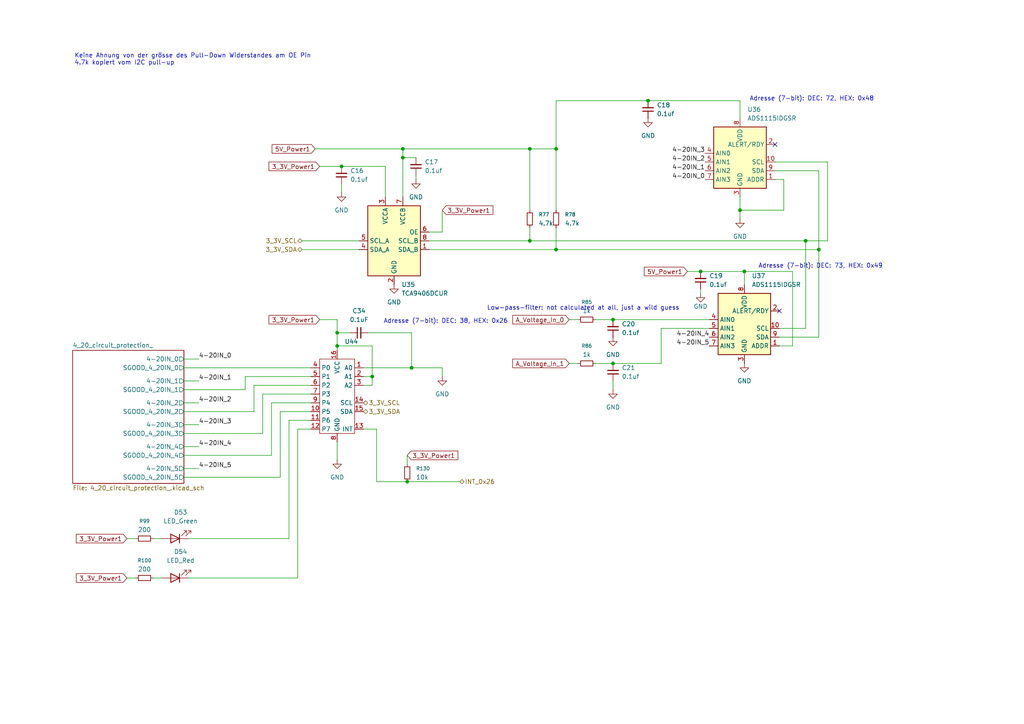
<source format=kicad_sch>
(kicad_sch
	(version 20250114)
	(generator "eeschema")
	(generator_version "9.0")
	(uuid "92e7eaac-0fa1-4589-8b6a-84aa6bb6bbaa")
	(paper "A4")
	(lib_symbols
		(symbol "Analog_ADC:ADS1115IDGS"
			(exclude_from_sim no)
			(in_bom yes)
			(on_board yes)
			(property "Reference" "U"
				(at 2.54 13.97 0)
				(effects
					(font
						(size 1.27 1.27)
					)
				)
			)
			(property "Value" "ADS1115IDGS"
				(at 7.62 11.43 0)
				(effects
					(font
						(size 1.27 1.27)
					)
				)
			)
			(property "Footprint" "Package_SO:TSSOP-10_3x3mm_P0.5mm"
				(at 0 -12.7 0)
				(effects
					(font
						(size 1.27 1.27)
					)
					(hide yes)
				)
			)
			(property "Datasheet" "http://www.ti.com/lit/ds/symlink/ads1113.pdf"
				(at -1.27 -22.86 0)
				(effects
					(font
						(size 1.27 1.27)
					)
					(hide yes)
				)
			)
			(property "Description" "Ultra-Small, Low-Power, I2C-Compatible, 860-SPS, 16-Bit ADCs With Internal Reference, Oscillator, and Programmable Comparator, VSSOP-10"
				(at 0 0 0)
				(effects
					(font
						(size 1.27 1.27)
					)
					(hide yes)
				)
			)
			(property "ki_keywords" "16 bit 4 channel I2C ADC"
				(at 0 0 0)
				(effects
					(font
						(size 1.27 1.27)
					)
					(hide yes)
				)
			)
			(property "ki_fp_filters" "TSSOP*3x3mm*P0.5mm*"
				(at 0 0 0)
				(effects
					(font
						(size 1.27 1.27)
					)
					(hide yes)
				)
			)
			(symbol "ADS1115IDGS_0_1"
				(rectangle
					(start -7.62 10.16)
					(end 7.62 -7.62)
					(stroke
						(width 0.254)
						(type default)
					)
					(fill
						(type background)
					)
				)
			)
			(symbol "ADS1115IDGS_1_1"
				(pin input line
					(at -10.16 2.54 0)
					(length 2.54)
					(name "AIN0"
						(effects
							(font
								(size 1.27 1.27)
							)
						)
					)
					(number "4"
						(effects
							(font
								(size 1.27 1.27)
							)
						)
					)
				)
				(pin input line
					(at -10.16 0 0)
					(length 2.54)
					(name "AIN1"
						(effects
							(font
								(size 1.27 1.27)
							)
						)
					)
					(number "5"
						(effects
							(font
								(size 1.27 1.27)
							)
						)
					)
				)
				(pin input line
					(at -10.16 -2.54 0)
					(length 2.54)
					(name "AIN2"
						(effects
							(font
								(size 1.27 1.27)
							)
						)
					)
					(number "6"
						(effects
							(font
								(size 1.27 1.27)
							)
						)
					)
				)
				(pin input line
					(at -10.16 -5.08 0)
					(length 2.54)
					(name "AIN3"
						(effects
							(font
								(size 1.27 1.27)
							)
						)
					)
					(number "7"
						(effects
							(font
								(size 1.27 1.27)
							)
						)
					)
				)
				(pin power_in line
					(at 0 12.7 270)
					(length 2.54)
					(name "VDD"
						(effects
							(font
								(size 1.27 1.27)
							)
						)
					)
					(number "8"
						(effects
							(font
								(size 1.27 1.27)
							)
						)
					)
				)
				(pin power_in line
					(at 0 -10.16 90)
					(length 2.54)
					(name "GND"
						(effects
							(font
								(size 1.27 1.27)
							)
						)
					)
					(number "3"
						(effects
							(font
								(size 1.27 1.27)
							)
						)
					)
				)
				(pin output line
					(at 10.16 5.08 180)
					(length 2.54)
					(name "ALERT/RDY"
						(effects
							(font
								(size 1.27 1.27)
							)
						)
					)
					(number "2"
						(effects
							(font
								(size 1.27 1.27)
							)
						)
					)
				)
				(pin input line
					(at 10.16 0 180)
					(length 2.54)
					(name "SCL"
						(effects
							(font
								(size 1.27 1.27)
							)
						)
					)
					(number "10"
						(effects
							(font
								(size 1.27 1.27)
							)
						)
					)
				)
				(pin bidirectional line
					(at 10.16 -2.54 180)
					(length 2.54)
					(name "SDA"
						(effects
							(font
								(size 1.27 1.27)
							)
						)
					)
					(number "9"
						(effects
							(font
								(size 1.27 1.27)
							)
						)
					)
				)
				(pin input line
					(at 10.16 -5.08 180)
					(length 2.54)
					(name "ADDR"
						(effects
							(font
								(size 1.27 1.27)
							)
						)
					)
					(number "1"
						(effects
							(font
								(size 1.27 1.27)
							)
						)
					)
				)
			)
			(embedded_fonts no)
		)
		(symbol "Device:C_Small"
			(pin_numbers
				(hide yes)
			)
			(pin_names
				(offset 0.254)
				(hide yes)
			)
			(exclude_from_sim no)
			(in_bom yes)
			(on_board yes)
			(property "Reference" "C"
				(at 0.254 1.778 0)
				(effects
					(font
						(size 1.27 1.27)
					)
					(justify left)
				)
			)
			(property "Value" "C_Small"
				(at 0.254 -2.032 0)
				(effects
					(font
						(size 1.27 1.27)
					)
					(justify left)
				)
			)
			(property "Footprint" ""
				(at 0 0 0)
				(effects
					(font
						(size 1.27 1.27)
					)
					(hide yes)
				)
			)
			(property "Datasheet" "~"
				(at 0 0 0)
				(effects
					(font
						(size 1.27 1.27)
					)
					(hide yes)
				)
			)
			(property "Description" "Unpolarized capacitor, small symbol"
				(at 0 0 0)
				(effects
					(font
						(size 1.27 1.27)
					)
					(hide yes)
				)
			)
			(property "ki_keywords" "capacitor cap"
				(at 0 0 0)
				(effects
					(font
						(size 1.27 1.27)
					)
					(hide yes)
				)
			)
			(property "ki_fp_filters" "C_*"
				(at 0 0 0)
				(effects
					(font
						(size 1.27 1.27)
					)
					(hide yes)
				)
			)
			(symbol "C_Small_0_1"
				(polyline
					(pts
						(xy -1.524 0.508) (xy 1.524 0.508)
					)
					(stroke
						(width 0.3048)
						(type default)
					)
					(fill
						(type none)
					)
				)
				(polyline
					(pts
						(xy -1.524 -0.508) (xy 1.524 -0.508)
					)
					(stroke
						(width 0.3302)
						(type default)
					)
					(fill
						(type none)
					)
				)
			)
			(symbol "C_Small_1_1"
				(pin passive line
					(at 0 2.54 270)
					(length 2.032)
					(name "~"
						(effects
							(font
								(size 1.27 1.27)
							)
						)
					)
					(number "1"
						(effects
							(font
								(size 1.27 1.27)
							)
						)
					)
				)
				(pin passive line
					(at 0 -2.54 90)
					(length 2.032)
					(name "~"
						(effects
							(font
								(size 1.27 1.27)
							)
						)
					)
					(number "2"
						(effects
							(font
								(size 1.27 1.27)
							)
						)
					)
				)
			)
			(embedded_fonts no)
		)
		(symbol "Device:LED"
			(pin_numbers
				(hide yes)
			)
			(pin_names
				(offset 1.016)
				(hide yes)
			)
			(exclude_from_sim no)
			(in_bom yes)
			(on_board yes)
			(property "Reference" "D"
				(at 0 2.54 0)
				(effects
					(font
						(size 1.27 1.27)
					)
				)
			)
			(property "Value" "LED"
				(at 0 -2.54 0)
				(effects
					(font
						(size 1.27 1.27)
					)
				)
			)
			(property "Footprint" ""
				(at 0 0 0)
				(effects
					(font
						(size 1.27 1.27)
					)
					(hide yes)
				)
			)
			(property "Datasheet" "~"
				(at 0 0 0)
				(effects
					(font
						(size 1.27 1.27)
					)
					(hide yes)
				)
			)
			(property "Description" "Light emitting diode"
				(at 0 0 0)
				(effects
					(font
						(size 1.27 1.27)
					)
					(hide yes)
				)
			)
			(property "Sim.Pins" "1=K 2=A"
				(at 0 0 0)
				(effects
					(font
						(size 1.27 1.27)
					)
					(hide yes)
				)
			)
			(property "ki_keywords" "LED diode"
				(at 0 0 0)
				(effects
					(font
						(size 1.27 1.27)
					)
					(hide yes)
				)
			)
			(property "ki_fp_filters" "LED* LED_SMD:* LED_THT:*"
				(at 0 0 0)
				(effects
					(font
						(size 1.27 1.27)
					)
					(hide yes)
				)
			)
			(symbol "LED_0_1"
				(polyline
					(pts
						(xy -3.048 -0.762) (xy -4.572 -2.286) (xy -3.81 -2.286) (xy -4.572 -2.286) (xy -4.572 -1.524)
					)
					(stroke
						(width 0)
						(type default)
					)
					(fill
						(type none)
					)
				)
				(polyline
					(pts
						(xy -1.778 -0.762) (xy -3.302 -2.286) (xy -2.54 -2.286) (xy -3.302 -2.286) (xy -3.302 -1.524)
					)
					(stroke
						(width 0)
						(type default)
					)
					(fill
						(type none)
					)
				)
				(polyline
					(pts
						(xy -1.27 0) (xy 1.27 0)
					)
					(stroke
						(width 0)
						(type default)
					)
					(fill
						(type none)
					)
				)
				(polyline
					(pts
						(xy -1.27 -1.27) (xy -1.27 1.27)
					)
					(stroke
						(width 0.254)
						(type default)
					)
					(fill
						(type none)
					)
				)
				(polyline
					(pts
						(xy 1.27 -1.27) (xy 1.27 1.27) (xy -1.27 0) (xy 1.27 -1.27)
					)
					(stroke
						(width 0.254)
						(type default)
					)
					(fill
						(type none)
					)
				)
			)
			(symbol "LED_1_1"
				(pin passive line
					(at -3.81 0 0)
					(length 2.54)
					(name "K"
						(effects
							(font
								(size 1.27 1.27)
							)
						)
					)
					(number "1"
						(effects
							(font
								(size 1.27 1.27)
							)
						)
					)
				)
				(pin passive line
					(at 3.81 0 180)
					(length 2.54)
					(name "A"
						(effects
							(font
								(size 1.27 1.27)
							)
						)
					)
					(number "2"
						(effects
							(font
								(size 1.27 1.27)
							)
						)
					)
				)
			)
			(embedded_fonts no)
		)
		(symbol "Device:R_Small"
			(pin_numbers
				(hide yes)
			)
			(pin_names
				(offset 0.254)
				(hide yes)
			)
			(exclude_from_sim no)
			(in_bom yes)
			(on_board yes)
			(property "Reference" "R"
				(at 0 0 90)
				(effects
					(font
						(size 1.016 1.016)
					)
				)
			)
			(property "Value" "R_Small"
				(at 1.778 0 90)
				(effects
					(font
						(size 1.27 1.27)
					)
				)
			)
			(property "Footprint" ""
				(at 0 0 0)
				(effects
					(font
						(size 1.27 1.27)
					)
					(hide yes)
				)
			)
			(property "Datasheet" "~"
				(at 0 0 0)
				(effects
					(font
						(size 1.27 1.27)
					)
					(hide yes)
				)
			)
			(property "Description" "Resistor, small symbol"
				(at 0 0 0)
				(effects
					(font
						(size 1.27 1.27)
					)
					(hide yes)
				)
			)
			(property "ki_keywords" "R resistor"
				(at 0 0 0)
				(effects
					(font
						(size 1.27 1.27)
					)
					(hide yes)
				)
			)
			(property "ki_fp_filters" "R_*"
				(at 0 0 0)
				(effects
					(font
						(size 1.27 1.27)
					)
					(hide yes)
				)
			)
			(symbol "R_Small_0_1"
				(rectangle
					(start -0.762 1.778)
					(end 0.762 -1.778)
					(stroke
						(width 0.2032)
						(type default)
					)
					(fill
						(type none)
					)
				)
			)
			(symbol "R_Small_1_1"
				(pin passive line
					(at 0 2.54 270)
					(length 0.762)
					(name "~"
						(effects
							(font
								(size 1.27 1.27)
							)
						)
					)
					(number "1"
						(effects
							(font
								(size 1.27 1.27)
							)
						)
					)
				)
				(pin passive line
					(at 0 -2.54 90)
					(length 0.762)
					(name "~"
						(effects
							(font
								(size 1.27 1.27)
							)
						)
					)
					(number "2"
						(effects
							(font
								(size 1.27 1.27)
							)
						)
					)
				)
			)
			(embedded_fonts no)
		)
		(symbol "Interface:TCA9406DC"
			(exclude_from_sim no)
			(in_bom yes)
			(on_board yes)
			(property "Reference" "U"
				(at -7.62 11.43 0)
				(effects
					(font
						(size 1.27 1.27)
					)
					(justify left)
				)
			)
			(property "Value" "TCA9406DC"
				(at 5.08 11.43 0)
				(effects
					(font
						(size 1.27 1.27)
					)
					(justify left)
				)
			)
			(property "Footprint" ""
				(at -10.16 8.89 0)
				(effects
					(font
						(size 1.27 1.27)
					)
					(hide yes)
				)
			)
			(property "Datasheet" "www.ti.com/lit/ds/symlink/tca9406.pdf"
				(at -7.62 11.43 0)
				(effects
					(font
						(size 1.27 1.27)
					)
					(hide yes)
				)
			)
			(property "Description" "2-Bit Bidirectional 1-MHz, I2C Bus and SMBus Voltage-Level Translator With 8-kV HBM ESD"
				(at 0 0 0)
				(effects
					(font
						(size 1.27 1.27)
					)
					(hide yes)
				)
			)
			(property "ki_keywords" "Bidirectional 1-MHz I2C SMBus Voltage-Level Translator 8kV HBM ESD"
				(at 0 0 0)
				(effects
					(font
						(size 1.27 1.27)
					)
					(hide yes)
				)
			)
			(property "ki_fp_filters" "SSOP*2.95x2.8mm*P0.65mm* VSSOP*2.3x2mm*P0.5mm*"
				(at 0 0 0)
				(effects
					(font
						(size 1.27 1.27)
					)
					(hide yes)
				)
			)
			(symbol "TCA9406DC_0_1"
				(rectangle
					(start -7.62 10.16)
					(end 7.62 -10.16)
					(stroke
						(width 0.254)
						(type default)
					)
					(fill
						(type background)
					)
				)
			)
			(symbol "TCA9406DC_1_1"
				(pin bidirectional line
					(at -10.16 0 0)
					(length 2.54)
					(name "SCL_A"
						(effects
							(font
								(size 1.27 1.27)
							)
						)
					)
					(number "5"
						(effects
							(font
								(size 1.27 1.27)
							)
						)
					)
				)
				(pin bidirectional line
					(at -10.16 -2.54 0)
					(length 2.54)
					(name "SDA_A"
						(effects
							(font
								(size 1.27 1.27)
							)
						)
					)
					(number "4"
						(effects
							(font
								(size 1.27 1.27)
							)
						)
					)
				)
				(pin power_in line
					(at -2.54 12.7 270)
					(length 2.54)
					(name "VCCA"
						(effects
							(font
								(size 1.27 1.27)
							)
						)
					)
					(number "3"
						(effects
							(font
								(size 1.27 1.27)
							)
						)
					)
				)
				(pin power_in line
					(at 0 -12.7 90)
					(length 2.54)
					(name "GND"
						(effects
							(font
								(size 1.27 1.27)
							)
						)
					)
					(number "2"
						(effects
							(font
								(size 1.27 1.27)
							)
						)
					)
				)
				(pin power_in line
					(at 2.54 12.7 270)
					(length 2.54)
					(name "VCCB"
						(effects
							(font
								(size 1.27 1.27)
							)
						)
					)
					(number "7"
						(effects
							(font
								(size 1.27 1.27)
							)
						)
					)
				)
				(pin input line
					(at 10.16 2.54 180)
					(length 2.54)
					(name "OE"
						(effects
							(font
								(size 1.27 1.27)
							)
						)
					)
					(number "6"
						(effects
							(font
								(size 1.27 1.27)
							)
						)
					)
				)
				(pin bidirectional line
					(at 10.16 0 180)
					(length 2.54)
					(name "SCL_B"
						(effects
							(font
								(size 1.27 1.27)
							)
						)
					)
					(number "8"
						(effects
							(font
								(size 1.27 1.27)
							)
						)
					)
				)
				(pin bidirectional line
					(at 10.16 -2.54 180)
					(length 2.54)
					(name "SDA_B"
						(effects
							(font
								(size 1.27 1.27)
							)
						)
					)
					(number "1"
						(effects
							(font
								(size 1.27 1.27)
							)
						)
					)
				)
			)
			(embedded_fonts no)
		)
		(symbol "own_symbols:PCF8574N"
			(exclude_from_sim no)
			(in_bom yes)
			(on_board yes)
			(property "Reference" "U"
				(at 0 0 0)
				(effects
					(font
						(size 1.27 1.27)
					)
				)
			)
			(property "Value" ""
				(at 0 0 0)
				(effects
					(font
						(size 1.27 1.27)
					)
				)
			)
			(property "Footprint" "Package_DIP:DIP-16_W7.62mm"
				(at 17.526 15.748 0)
				(effects
					(font
						(size 1.27 1.27)
					)
					(hide yes)
				)
			)
			(property "Datasheet" "https://www.ti.com/lit/ds/symlink/pcf8574.pdf?ts=1728822589974&ref_url=https%253A%252F%252Fwww.ti.com%252Fproduct%252FPCF8574%253Futm_source%253Dgoogle%2526utm_medium%253Dcpc%2526utm_campaign%253Dti-null-null-xref-cpc-pf-google-wwe%2526utm_content%253Dxref%2526ds_k%253D%257B_dssearchterm%257D%2526DCM%253Dyes%2526gad_source%253D1%2526gclid%253DEAIaIQobChMI6f2G9a2LiQMVKp2DBx3rOwzlEAAYASAAEgIEUPD_BwE%2526gclsrc%253Daw.ds"
				(at -0.254 20.32 0)
				(effects
					(font
						(size 1.27 1.27)
					)
					(hide yes)
				)
			)
			(property "Description" "8 Port IO expander I2C-Interface"
				(at 3.302 18.288 0)
				(effects
					(font
						(size 1.27 1.27)
					)
					(hide yes)
				)
			)
			(symbol "PCF8574N_0_1"
				(rectangle
					(start 5.08 10.16)
					(end -5.08 -11.43)
					(stroke
						(width 0)
						(type default)
					)
					(fill
						(type none)
					)
				)
			)
			(symbol "PCF8574N_1_1"
				(pin bidirectional line
					(at -7.62 7.62 0)
					(length 2.54)
					(name "P0"
						(effects
							(font
								(size 1.27 1.27)
							)
						)
					)
					(number "4"
						(effects
							(font
								(size 1.27 1.27)
							)
						)
					)
				)
				(pin bidirectional line
					(at -7.62 5.08 0)
					(length 2.54)
					(name "P1"
						(effects
							(font
								(size 1.27 1.27)
							)
						)
					)
					(number "5"
						(effects
							(font
								(size 1.27 1.27)
							)
						)
					)
				)
				(pin bidirectional line
					(at -7.62 2.54 0)
					(length 2.54)
					(name "P2"
						(effects
							(font
								(size 1.27 1.27)
							)
						)
					)
					(number "6"
						(effects
							(font
								(size 1.27 1.27)
							)
						)
					)
				)
				(pin bidirectional line
					(at -7.62 0 0)
					(length 2.54)
					(name "P3"
						(effects
							(font
								(size 1.27 1.27)
							)
						)
					)
					(number "7"
						(effects
							(font
								(size 1.27 1.27)
							)
						)
					)
				)
				(pin bidirectional line
					(at -7.62 -2.54 0)
					(length 2.54)
					(name "P4"
						(effects
							(font
								(size 1.27 1.27)
							)
						)
					)
					(number "9"
						(effects
							(font
								(size 1.27 1.27)
							)
						)
					)
				)
				(pin bidirectional line
					(at -7.62 -5.08 0)
					(length 2.54)
					(name "P5"
						(effects
							(font
								(size 1.27 1.27)
							)
						)
					)
					(number "10"
						(effects
							(font
								(size 1.27 1.27)
							)
						)
					)
				)
				(pin bidirectional line
					(at -7.62 -7.62 0)
					(length 2.54)
					(name "P6"
						(effects
							(font
								(size 1.27 1.27)
							)
						)
					)
					(number "11"
						(effects
							(font
								(size 1.27 1.27)
							)
						)
					)
				)
				(pin bidirectional line
					(at -7.62 -10.16 0)
					(length 2.54)
					(name "P7"
						(effects
							(font
								(size 1.27 1.27)
							)
						)
					)
					(number "12"
						(effects
							(font
								(size 1.27 1.27)
							)
						)
					)
				)
				(pin input line
					(at 0 12.7 270)
					(length 2.54)
					(name "VCC"
						(effects
							(font
								(size 1.27 1.27)
							)
						)
					)
					(number "16"
						(effects
							(font
								(size 1.27 1.27)
							)
						)
					)
				)
				(pin output line
					(at 0 -13.97 90)
					(length 2.54)
					(name "GND"
						(effects
							(font
								(size 1.27 1.27)
							)
						)
					)
					(number "8"
						(effects
							(font
								(size 1.27 1.27)
							)
						)
					)
				)
				(pin input line
					(at 7.62 7.62 180)
					(length 2.54)
					(name "A0"
						(effects
							(font
								(size 1.27 1.27)
							)
						)
					)
					(number "1"
						(effects
							(font
								(size 1.27 1.27)
							)
						)
					)
				)
				(pin input line
					(at 7.62 5.08 180)
					(length 2.54)
					(name "A1"
						(effects
							(font
								(size 1.27 1.27)
							)
						)
					)
					(number "2"
						(effects
							(font
								(size 1.27 1.27)
							)
						)
					)
				)
				(pin input line
					(at 7.62 2.54 180)
					(length 2.54)
					(name "A2"
						(effects
							(font
								(size 1.27 1.27)
							)
						)
					)
					(number "3"
						(effects
							(font
								(size 1.27 1.27)
							)
						)
					)
				)
				(pin bidirectional line
					(at 7.62 -2.54 180)
					(length 2.54)
					(name "SCL"
						(effects
							(font
								(size 1.27 1.27)
							)
						)
					)
					(number "14"
						(effects
							(font
								(size 1.27 1.27)
							)
						)
					)
				)
				(pin bidirectional line
					(at 7.62 -5.08 180)
					(length 2.54)
					(name "SDA"
						(effects
							(font
								(size 1.27 1.27)
							)
						)
					)
					(number "15"
						(effects
							(font
								(size 1.27 1.27)
							)
						)
					)
				)
				(pin input line
					(at 7.62 -10.16 180)
					(length 2.54)
					(name "INT"
						(effects
							(font
								(size 1.27 1.27)
							)
						)
					)
					(number "13"
						(effects
							(font
								(size 1.27 1.27)
							)
						)
					)
				)
			)
			(embedded_fonts no)
		)
		(symbol "power:GND"
			(power)
			(pin_numbers
				(hide yes)
			)
			(pin_names
				(offset 0)
				(hide yes)
			)
			(exclude_from_sim no)
			(in_bom yes)
			(on_board yes)
			(property "Reference" "#PWR"
				(at 0 -6.35 0)
				(effects
					(font
						(size 1.27 1.27)
					)
					(hide yes)
				)
			)
			(property "Value" "GND"
				(at 0 -3.81 0)
				(effects
					(font
						(size 1.27 1.27)
					)
				)
			)
			(property "Footprint" ""
				(at 0 0 0)
				(effects
					(font
						(size 1.27 1.27)
					)
					(hide yes)
				)
			)
			(property "Datasheet" ""
				(at 0 0 0)
				(effects
					(font
						(size 1.27 1.27)
					)
					(hide yes)
				)
			)
			(property "Description" "Power symbol creates a global label with name \"GND\" , ground"
				(at 0 0 0)
				(effects
					(font
						(size 1.27 1.27)
					)
					(hide yes)
				)
			)
			(property "ki_keywords" "global power"
				(at 0 0 0)
				(effects
					(font
						(size 1.27 1.27)
					)
					(hide yes)
				)
			)
			(symbol "GND_0_1"
				(polyline
					(pts
						(xy 0 0) (xy 0 -1.27) (xy 1.27 -1.27) (xy 0 -2.54) (xy -1.27 -1.27) (xy 0 -1.27)
					)
					(stroke
						(width 0)
						(type default)
					)
					(fill
						(type none)
					)
				)
			)
			(symbol "GND_1_1"
				(pin power_in line
					(at 0 0 270)
					(length 0)
					(name "~"
						(effects
							(font
								(size 1.27 1.27)
							)
						)
					)
					(number "1"
						(effects
							(font
								(size 1.27 1.27)
							)
						)
					)
				)
			)
			(embedded_fonts no)
		)
	)
	(text "Keine Ahnung von der grösse des Pull-Down Widerstandes am OE Pin\n4.7k kopiert vom I2C pull-up"
		(exclude_from_sim no)
		(at 21.59 17.272 0)
		(effects
			(font
				(size 1.27 1.27)
			)
			(justify left)
		)
		(uuid "04f192fb-b935-4217-af2f-88cbd0daf29a")
	)
	(text "Adresse (7-bit): DEC: 38, HEX: 0x26"
		(exclude_from_sim no)
		(at 129.286 93.218 0)
		(effects
			(font
				(size 1.27 1.27)
			)
		)
		(uuid "2ca6e2f4-5501-4c8c-bfda-95fc2f39f7a6")
	)
	(text "Low-pass-filter: not calculated at all, just a wild guess"
		(exclude_from_sim no)
		(at 169.164 89.408 0)
		(effects
			(font
				(size 1.27 1.27)
			)
		)
		(uuid "5c7f9026-c3cf-400c-80c0-0829f70ce59e")
	)
	(text "Adresse (7-bit): DEC: 72, HEX: 0x48"
		(exclude_from_sim no)
		(at 235.458 28.702 0)
		(effects
			(font
				(size 1.27 1.27)
			)
		)
		(uuid "810913b7-e374-4db9-b3ca-49fdfa919f7c")
	)
	(text "Adresse (7-bit): DEC: 73, HEX: 0x49"
		(exclude_from_sim no)
		(at 237.998 77.216 0)
		(effects
			(font
				(size 1.27 1.27)
			)
		)
		(uuid "e359db1a-d005-4391-be97-ff4738bdb6ba")
	)
	(junction
		(at 116.84 43.18)
		(diameter 0)
		(color 0 0 0 0)
		(uuid "0da9d50a-27dd-4b89-a070-128be9637d0e")
	)
	(junction
		(at 233.68 69.85)
		(diameter 0)
		(color 0 0 0 0)
		(uuid "0fd39e9b-e668-47b8-9560-65ee81d5bd16")
	)
	(junction
		(at 119.38 106.68)
		(diameter 0)
		(color 0 0 0 0)
		(uuid "1780be39-36fa-41c2-8f73-12ac380d5cbb")
	)
	(junction
		(at 214.63 60.96)
		(diameter 0)
		(color 0 0 0 0)
		(uuid "21bd0ca9-929f-466a-9b2c-a84bcfbd3536")
	)
	(junction
		(at 187.96 29.21)
		(diameter 0)
		(color 0 0 0 0)
		(uuid "30783f11-60db-4f45-8b0b-871df3c0d3b7")
	)
	(junction
		(at 237.49 72.39)
		(diameter 0)
		(color 0 0 0 0)
		(uuid "41cadf66-1194-4b47-b3a6-50dfeb8b9cd4")
	)
	(junction
		(at 177.8 105.41)
		(diameter 0)
		(color 0 0 0 0)
		(uuid "5d4b3581-6eeb-4e54-a1c0-1675b51a2e48")
	)
	(junction
		(at 215.9 78.74)
		(diameter 0)
		(color 0 0 0 0)
		(uuid "60d24d67-13bf-4341-8ac1-d047f5dbf3ea")
	)
	(junction
		(at 107.95 109.22)
		(diameter 0)
		(color 0 0 0 0)
		(uuid "65eb45c1-7b69-477a-98a0-286f8f447baa")
	)
	(junction
		(at 97.79 100.33)
		(diameter 0)
		(color 0 0 0 0)
		(uuid "67e96a63-f433-443d-9077-2e97d763e848")
	)
	(junction
		(at 97.79 96.52)
		(diameter 0)
		(color 0 0 0 0)
		(uuid "7c9faff0-60fc-488b-a98d-b2985d1f3ec0")
	)
	(junction
		(at 116.84 45.72)
		(diameter 0)
		(color 0 0 0 0)
		(uuid "89eae184-af55-4284-9cda-fba3e803729f")
	)
	(junction
		(at 161.29 43.18)
		(diameter 0)
		(color 0 0 0 0)
		(uuid "adfa87e6-b8b2-4d2f-a0e4-477f991135da")
	)
	(junction
		(at 153.67 69.85)
		(diameter 0)
		(color 0 0 0 0)
		(uuid "be3e8a4d-cc28-431d-887a-1ed77009c921")
	)
	(junction
		(at 177.8 92.71)
		(diameter 0)
		(color 0 0 0 0)
		(uuid "c1de9bfc-f6aa-4cab-b808-1ffd41d53642")
	)
	(junction
		(at 153.67 43.18)
		(diameter 0)
		(color 0 0 0 0)
		(uuid "d4b3bf3d-b036-4d2b-a30e-16caa4b104a7")
	)
	(junction
		(at 203.2 78.74)
		(diameter 0)
		(color 0 0 0 0)
		(uuid "eac1761e-acc4-4f35-89af-acf19ce736e5")
	)
	(junction
		(at 118.11 139.7)
		(diameter 0)
		(color 0 0 0 0)
		(uuid "ebe709bc-7dc1-4a77-8eb0-662b6982f294")
	)
	(junction
		(at 99.06 48.26)
		(diameter 0)
		(color 0 0 0 0)
		(uuid "f0e297b4-e8e4-495f-9679-c03371890ddc")
	)
	(junction
		(at 161.29 72.39)
		(diameter 0)
		(color 0 0 0 0)
		(uuid "f65f946e-8671-4130-b957-32cf96427573")
	)
	(no_connect
		(at 226.06 90.17)
		(uuid "97236405-9e5f-4e12-9cd1-e83297392b14")
	)
	(no_connect
		(at 224.79 41.91)
		(uuid "bd25aafa-9a6c-409e-9f0c-ed4037a54d68")
	)
	(wire
		(pts
			(xy 128.27 67.31) (xy 124.46 67.31)
		)
		(stroke
			(width 0)
			(type default)
		)
		(uuid "0825127b-a173-484b-a039-53f7de45663f")
	)
	(wire
		(pts
			(xy 116.84 43.18) (xy 153.67 43.18)
		)
		(stroke
			(width 0)
			(type default)
		)
		(uuid "0898338c-824d-4f0a-a8fb-4c2912a2685e")
	)
	(wire
		(pts
			(xy 53.34 104.14) (xy 57.658 104.14)
		)
		(stroke
			(width 0)
			(type default)
		)
		(uuid "08c5e824-9324-4b99-adb1-c618768c56e5")
	)
	(wire
		(pts
			(xy 53.34 119.38) (xy 73.66 119.38)
		)
		(stroke
			(width 0)
			(type default)
		)
		(uuid "13ebd15a-c3f5-4795-94f3-ec9f7d0f9854")
	)
	(wire
		(pts
			(xy 229.87 100.33) (xy 226.06 100.33)
		)
		(stroke
			(width 0)
			(type default)
		)
		(uuid "167ddc4d-3863-4243-8e60-1656d6735f68")
	)
	(wire
		(pts
			(xy 214.63 34.29) (xy 214.63 29.21)
		)
		(stroke
			(width 0)
			(type default)
		)
		(uuid "16a894e0-9319-4d50-9524-677b4d7f2409")
	)
	(wire
		(pts
			(xy 99.06 48.26) (xy 111.76 48.26)
		)
		(stroke
			(width 0)
			(type default)
		)
		(uuid "17857484-9356-491c-942c-0286d17a9de2")
	)
	(wire
		(pts
			(xy 106.68 96.52) (xy 119.38 96.52)
		)
		(stroke
			(width 0)
			(type default)
		)
		(uuid "19ad7770-bd28-44f1-9820-fdc6bcd4c97d")
	)
	(wire
		(pts
			(xy 161.29 29.21) (xy 161.29 43.18)
		)
		(stroke
			(width 0)
			(type default)
		)
		(uuid "1c99ba38-024b-4c01-8ad1-224343d5b131")
	)
	(wire
		(pts
			(xy 46.99 156.21) (xy 44.45 156.21)
		)
		(stroke
			(width 0)
			(type default)
		)
		(uuid "1ca12cf7-8337-49e8-ba95-df93a0547a80")
	)
	(wire
		(pts
			(xy 203.2 78.74) (xy 215.9 78.74)
		)
		(stroke
			(width 0)
			(type default)
		)
		(uuid "20dd4c4c-4cdc-4b5c-bf5f-6c94b97afb08")
	)
	(wire
		(pts
			(xy 226.06 95.25) (xy 233.68 95.25)
		)
		(stroke
			(width 0)
			(type default)
		)
		(uuid "22bbcc65-5ca4-413a-a205-d03d05830a89")
	)
	(wire
		(pts
			(xy 128.27 109.22) (xy 128.27 106.68)
		)
		(stroke
			(width 0)
			(type default)
		)
		(uuid "23de5feb-4ddb-41ff-a2ff-4f6a527c72fe")
	)
	(wire
		(pts
			(xy 165.1 92.71) (xy 167.64 92.71)
		)
		(stroke
			(width 0)
			(type default)
		)
		(uuid "23ecd5ac-87ac-4d24-ab2d-13553163b3f5")
	)
	(wire
		(pts
			(xy 105.41 109.22) (xy 107.95 109.22)
		)
		(stroke
			(width 0)
			(type default)
		)
		(uuid "27160c67-2cdf-440b-b371-f198e67288af")
	)
	(wire
		(pts
			(xy 227.33 52.07) (xy 224.79 52.07)
		)
		(stroke
			(width 0)
			(type default)
		)
		(uuid "27d06fee-34df-4604-b59b-e52cdba72d6c")
	)
	(wire
		(pts
			(xy 53.34 125.73) (xy 76.2 125.73)
		)
		(stroke
			(width 0)
			(type default)
		)
		(uuid "374e4e3f-001d-4b8d-9955-01e67ff0236c")
	)
	(wire
		(pts
			(xy 53.34 110.49) (xy 57.658 110.49)
		)
		(stroke
			(width 0)
			(type default)
		)
		(uuid "38bbfd05-19dd-4475-8413-5e32f1ce407a")
	)
	(wire
		(pts
			(xy 124.46 72.39) (xy 161.29 72.39)
		)
		(stroke
			(width 0)
			(type default)
		)
		(uuid "3de7fadc-85c9-4f45-8f9e-7e2f445738b4")
	)
	(wire
		(pts
			(xy 86.36 124.46) (xy 86.36 167.64)
		)
		(stroke
			(width 0)
			(type default)
		)
		(uuid "3f30e36c-81ac-4b74-9a17-e3b95438b0ea")
	)
	(wire
		(pts
			(xy 107.95 100.33) (xy 107.95 109.22)
		)
		(stroke
			(width 0)
			(type default)
		)
		(uuid "41a61d49-47f4-4a62-9eb4-3f99f4c04a7f")
	)
	(wire
		(pts
			(xy 76.2 114.3) (xy 90.17 114.3)
		)
		(stroke
			(width 0)
			(type default)
		)
		(uuid "42eff908-27ec-4d7d-8fea-b35d559c96cb")
	)
	(wire
		(pts
			(xy 161.29 60.96) (xy 161.29 43.18)
		)
		(stroke
			(width 0)
			(type default)
		)
		(uuid "44b8a931-1f29-43e2-bd95-f03547c4dada")
	)
	(wire
		(pts
			(xy 240.03 69.85) (xy 240.03 46.99)
		)
		(stroke
			(width 0)
			(type default)
		)
		(uuid "482a9e20-e961-46f9-b651-d0d2c3078178")
	)
	(wire
		(pts
			(xy 54.61 156.21) (xy 83.82 156.21)
		)
		(stroke
			(width 0)
			(type default)
		)
		(uuid "4cac8098-3106-46ca-9959-c3e0b8f1c64f")
	)
	(wire
		(pts
			(xy 215.9 82.55) (xy 215.9 78.74)
		)
		(stroke
			(width 0)
			(type default)
		)
		(uuid "4da29411-8b1b-402d-b927-c0f027e6a64e")
	)
	(wire
		(pts
			(xy 53.34 129.54) (xy 57.658 129.54)
		)
		(stroke
			(width 0)
			(type default)
		)
		(uuid "51ec08c3-738c-432f-b81a-221c7032eda6")
	)
	(wire
		(pts
			(xy 203.2 85.09) (xy 203.2 83.82)
		)
		(stroke
			(width 0)
			(type default)
		)
		(uuid "52c2b0d4-7094-44ef-a85c-6dc5e5b3a02e")
	)
	(wire
		(pts
			(xy 53.34 138.43) (xy 81.28 138.43)
		)
		(stroke
			(width 0)
			(type default)
		)
		(uuid "5473aeb6-0e9e-4b18-b73f-7b83dc4eff8c")
	)
	(wire
		(pts
			(xy 214.63 60.96) (xy 214.63 57.15)
		)
		(stroke
			(width 0)
			(type default)
		)
		(uuid "582741ea-6af3-41ee-be58-317d185928a8")
	)
	(wire
		(pts
			(xy 71.12 109.22) (xy 90.17 109.22)
		)
		(stroke
			(width 0)
			(type default)
		)
		(uuid "5a6d4c5d-8983-4f03-8677-c0f62499fe12")
	)
	(wire
		(pts
			(xy 215.9 78.74) (xy 229.87 78.74)
		)
		(stroke
			(width 0)
			(type default)
		)
		(uuid "5c14daef-4e4e-4e54-a730-a72d9f33969a")
	)
	(wire
		(pts
			(xy 124.46 69.85) (xy 153.67 69.85)
		)
		(stroke
			(width 0)
			(type default)
		)
		(uuid "6188a137-5076-4f38-a4f2-05419d228d9c")
	)
	(wire
		(pts
			(xy 53.34 132.08) (xy 78.74 132.08)
		)
		(stroke
			(width 0)
			(type default)
		)
		(uuid "620b191c-2d20-4f9b-9880-6bb52f7494c4")
	)
	(wire
		(pts
			(xy 91.44 43.18) (xy 116.84 43.18)
		)
		(stroke
			(width 0)
			(type default)
		)
		(uuid "6287b1f2-5857-4b68-a6b2-4d0d871d0897")
	)
	(wire
		(pts
			(xy 237.49 49.53) (xy 224.79 49.53)
		)
		(stroke
			(width 0)
			(type default)
		)
		(uuid "64a7482b-a51f-4aee-a4c9-36f228d2f14a")
	)
	(wire
		(pts
			(xy 36.83 156.21) (xy 39.37 156.21)
		)
		(stroke
			(width 0)
			(type default)
		)
		(uuid "6a78cb28-8da6-47e8-b2cd-9eaf29ee317e")
	)
	(wire
		(pts
			(xy 172.72 92.71) (xy 177.8 92.71)
		)
		(stroke
			(width 0)
			(type default)
		)
		(uuid "6ad35a20-4fcc-46d6-b5f2-50d80203129b")
	)
	(wire
		(pts
			(xy 81.28 119.38) (xy 90.17 119.38)
		)
		(stroke
			(width 0)
			(type default)
		)
		(uuid "6aebf307-74d0-42c1-b4b8-813618385bd6")
	)
	(wire
		(pts
			(xy 53.34 135.89) (xy 57.658 135.89)
		)
		(stroke
			(width 0)
			(type default)
		)
		(uuid "6b15c8bf-88af-47df-a8e0-6568593c11f3")
	)
	(wire
		(pts
			(xy 214.63 63.5) (xy 214.63 60.96)
		)
		(stroke
			(width 0)
			(type default)
		)
		(uuid "6ca75496-e8d3-43cc-9cf1-49c41af81e9c")
	)
	(wire
		(pts
			(xy 177.8 113.03) (xy 177.8 110.49)
		)
		(stroke
			(width 0)
			(type default)
		)
		(uuid "72f47307-1d5c-4bb6-bc23-142a8074cd89")
	)
	(wire
		(pts
			(xy 153.67 66.04) (xy 153.67 69.85)
		)
		(stroke
			(width 0)
			(type default)
		)
		(uuid "77902503-4b91-4afa-b612-d82c8b6b0802")
	)
	(wire
		(pts
			(xy 83.82 121.92) (xy 83.82 156.21)
		)
		(stroke
			(width 0)
			(type default)
		)
		(uuid "798f817c-30d5-4c1e-99da-511d0643e2a0")
	)
	(wire
		(pts
			(xy 109.22 139.7) (xy 118.11 139.7)
		)
		(stroke
			(width 0)
			(type default)
		)
		(uuid "7cc00f10-3e29-4752-b10c-9a4cd87a885e")
	)
	(wire
		(pts
			(xy 78.74 132.08) (xy 78.74 116.84)
		)
		(stroke
			(width 0)
			(type default)
		)
		(uuid "7d772b78-9f1e-4ea0-90a1-7a310a3f2517")
	)
	(wire
		(pts
			(xy 105.41 106.68) (xy 119.38 106.68)
		)
		(stroke
			(width 0)
			(type default)
		)
		(uuid "7eb32e50-d46d-4c03-bd07-e8d7901d7c27")
	)
	(wire
		(pts
			(xy 172.72 105.41) (xy 177.8 105.41)
		)
		(stroke
			(width 0)
			(type default)
		)
		(uuid "7fc24a4d-0add-4241-869d-6d8f3216fb10")
	)
	(wire
		(pts
			(xy 105.41 111.76) (xy 107.95 111.76)
		)
		(stroke
			(width 0)
			(type default)
		)
		(uuid "80c34d4a-13ba-4366-9822-a45ce0a3cd5a")
	)
	(wire
		(pts
			(xy 78.74 116.84) (xy 90.17 116.84)
		)
		(stroke
			(width 0)
			(type default)
		)
		(uuid "82049d7b-e2f1-4593-bd0c-667aac6a5a46")
	)
	(wire
		(pts
			(xy 87.63 69.85) (xy 104.14 69.85)
		)
		(stroke
			(width 0)
			(type default)
		)
		(uuid "83a48d17-3a22-4aa9-b9d7-2f2dca0fb900")
	)
	(wire
		(pts
			(xy 53.34 123.19) (xy 57.658 123.19)
		)
		(stroke
			(width 0)
			(type default)
		)
		(uuid "8707b0dd-9971-4ac0-9be7-75f483a5d665")
	)
	(wire
		(pts
			(xy 81.28 138.43) (xy 81.28 119.38)
		)
		(stroke
			(width 0)
			(type default)
		)
		(uuid "872727b5-b931-4830-b825-32b1c2500f9f")
	)
	(wire
		(pts
			(xy 191.77 105.41) (xy 191.77 95.25)
		)
		(stroke
			(width 0)
			(type default)
		)
		(uuid "87a4e1fa-b37a-4afa-9485-40e63e172f73")
	)
	(wire
		(pts
			(xy 226.06 97.79) (xy 237.49 97.79)
		)
		(stroke
			(width 0)
			(type default)
		)
		(uuid "8a641d1a-b770-4816-be55-e5a2b369d994")
	)
	(wire
		(pts
			(xy 73.66 111.76) (xy 90.17 111.76)
		)
		(stroke
			(width 0)
			(type default)
		)
		(uuid "8c699019-ade2-4924-9398-7a63cda32f06")
	)
	(wire
		(pts
			(xy 97.79 100.33) (xy 97.79 101.6)
		)
		(stroke
			(width 0)
			(type default)
		)
		(uuid "8ebcbd2b-385b-46dd-9b75-621feb580b5f")
	)
	(wire
		(pts
			(xy 97.79 96.52) (xy 97.79 100.33)
		)
		(stroke
			(width 0)
			(type default)
		)
		(uuid "8ed56b32-7012-46d5-a5f7-7ee80cef76d4")
	)
	(wire
		(pts
			(xy 53.34 113.03) (xy 71.12 113.03)
		)
		(stroke
			(width 0)
			(type default)
		)
		(uuid "8f1455f9-4b5e-4479-9a6e-0a80dae35eba")
	)
	(wire
		(pts
			(xy 107.95 111.76) (xy 107.95 109.22)
		)
		(stroke
			(width 0)
			(type default)
		)
		(uuid "8f6e04b8-bfa4-410b-b935-16ff71677780")
	)
	(wire
		(pts
			(xy 116.84 57.15) (xy 116.84 45.72)
		)
		(stroke
			(width 0)
			(type default)
		)
		(uuid "9420d956-03c7-428e-b168-6b86ff5e04c1")
	)
	(wire
		(pts
			(xy 118.11 139.7) (xy 133.35 139.7)
		)
		(stroke
			(width 0)
			(type default)
		)
		(uuid "976db85e-579d-4a3a-86b5-7e7c05097667")
	)
	(wire
		(pts
			(xy 36.83 167.64) (xy 39.37 167.64)
		)
		(stroke
			(width 0)
			(type default)
		)
		(uuid "97c32ec9-9110-4397-972d-61c60c8dc549")
	)
	(wire
		(pts
			(xy 90.17 124.46) (xy 86.36 124.46)
		)
		(stroke
			(width 0)
			(type default)
		)
		(uuid "9cd4d407-d4df-4293-b5ae-396cfd6e7803")
	)
	(wire
		(pts
			(xy 177.8 105.41) (xy 191.77 105.41)
		)
		(stroke
			(width 0)
			(type default)
		)
		(uuid "9e08b705-40b8-4b86-bb7d-e514bdb5d457")
	)
	(wire
		(pts
			(xy 214.63 29.21) (xy 187.96 29.21)
		)
		(stroke
			(width 0)
			(type default)
		)
		(uuid "9e77ad25-d5b3-437f-a03c-2bbb32dde0bb")
	)
	(wire
		(pts
			(xy 54.61 167.64) (xy 86.36 167.64)
		)
		(stroke
			(width 0)
			(type default)
		)
		(uuid "a0f2ab7b-08ae-458f-8644-168cac83e049")
	)
	(wire
		(pts
			(xy 187.96 29.21) (xy 161.29 29.21)
		)
		(stroke
			(width 0)
			(type default)
		)
		(uuid "a29b9749-cded-4cf3-8412-e2a42e875485")
	)
	(wire
		(pts
			(xy 120.65 50.8) (xy 120.65 52.07)
		)
		(stroke
			(width 0)
			(type default)
		)
		(uuid "a45429ef-7177-435a-9910-695c0b42a99a")
	)
	(wire
		(pts
			(xy 227.33 52.07) (xy 227.33 60.96)
		)
		(stroke
			(width 0)
			(type default)
		)
		(uuid "a6c82f50-59b8-4518-9dda-dacfc5ed5fbc")
	)
	(wire
		(pts
			(xy 177.8 92.71) (xy 205.74 92.71)
		)
		(stroke
			(width 0)
			(type default)
		)
		(uuid "a6cc436b-7a70-4e76-bf13-b075a5c94b7e")
	)
	(wire
		(pts
			(xy 87.63 72.39) (xy 104.14 72.39)
		)
		(stroke
			(width 0)
			(type default)
		)
		(uuid "a7423185-7bd9-401f-a3e6-c9c2d8bc7ec9")
	)
	(wire
		(pts
			(xy 76.2 125.73) (xy 76.2 114.3)
		)
		(stroke
			(width 0)
			(type default)
		)
		(uuid "a8299cad-9203-410b-ada9-28fd00267353")
	)
	(wire
		(pts
			(xy 107.95 100.33) (xy 97.79 100.33)
		)
		(stroke
			(width 0)
			(type default)
		)
		(uuid "a8d5a53e-f652-4c95-8e3c-13694caf3fec")
	)
	(wire
		(pts
			(xy 97.79 128.27) (xy 97.79 133.35)
		)
		(stroke
			(width 0)
			(type default)
		)
		(uuid "aaad22f9-e5cf-4242-9a78-c5888cbd5730")
	)
	(wire
		(pts
			(xy 233.68 95.25) (xy 233.68 69.85)
		)
		(stroke
			(width 0)
			(type default)
		)
		(uuid "ac42c28b-5027-4af3-97a3-f0db1224557d")
	)
	(wire
		(pts
			(xy 73.66 119.38) (xy 73.66 111.76)
		)
		(stroke
			(width 0)
			(type default)
		)
		(uuid "b325598c-2330-44df-9275-62adfc8c93ad")
	)
	(wire
		(pts
			(xy 44.45 167.64) (xy 46.99 167.64)
		)
		(stroke
			(width 0)
			(type default)
		)
		(uuid "b70145ec-8d94-4d44-800a-ca20ccd3a6fb")
	)
	(wire
		(pts
			(xy 119.38 106.68) (xy 128.27 106.68)
		)
		(stroke
			(width 0)
			(type default)
		)
		(uuid "b91993af-41c6-4d02-b49a-0334be7cd9fb")
	)
	(wire
		(pts
			(xy 92.71 48.26) (xy 99.06 48.26)
		)
		(stroke
			(width 0)
			(type default)
		)
		(uuid "bbe8ce78-bb8f-440d-bdf2-6a719e3b57db")
	)
	(wire
		(pts
			(xy 199.39 78.74) (xy 203.2 78.74)
		)
		(stroke
			(width 0)
			(type default)
		)
		(uuid "bdb00bd2-f334-4cb3-aa72-652e554cd3bb")
	)
	(wire
		(pts
			(xy 71.12 113.03) (xy 71.12 109.22)
		)
		(stroke
			(width 0)
			(type default)
		)
		(uuid "bdc20f69-e98e-4e5e-9245-4616eb5dd8c3")
	)
	(wire
		(pts
			(xy 118.11 132.08) (xy 118.11 134.62)
		)
		(stroke
			(width 0)
			(type default)
		)
		(uuid "bfddf9b2-5118-4f46-9aa0-afb6e5fea144")
	)
	(wire
		(pts
			(xy 116.84 45.72) (xy 120.65 45.72)
		)
		(stroke
			(width 0)
			(type default)
		)
		(uuid "c112951f-7a3b-4c08-b6c4-3d6a1c599f01")
	)
	(wire
		(pts
			(xy 233.68 69.85) (xy 240.03 69.85)
		)
		(stroke
			(width 0)
			(type default)
		)
		(uuid "c204440f-29c6-4180-bc0e-780002fee8e0")
	)
	(wire
		(pts
			(xy 161.29 72.39) (xy 237.49 72.39)
		)
		(stroke
			(width 0)
			(type default)
		)
		(uuid "c28bbdd5-5628-48a7-aaf8-562d1eb5c0fa")
	)
	(wire
		(pts
			(xy 229.87 78.74) (xy 229.87 100.33)
		)
		(stroke
			(width 0)
			(type default)
		)
		(uuid "c3a5eb12-633c-4999-af0c-91248a3ff93d")
	)
	(wire
		(pts
			(xy 237.49 72.39) (xy 237.49 49.53)
		)
		(stroke
			(width 0)
			(type default)
		)
		(uuid "c76b83c2-f6f2-478a-8d66-bfe9244725e8")
	)
	(wire
		(pts
			(xy 165.1 105.41) (xy 167.64 105.41)
		)
		(stroke
			(width 0)
			(type default)
		)
		(uuid "c82ba7a7-044a-4c10-b5a9-f3537d7afcd3")
	)
	(wire
		(pts
			(xy 111.76 48.26) (xy 111.76 57.15)
		)
		(stroke
			(width 0)
			(type default)
		)
		(uuid "c958b606-77fe-453c-8e47-457f3770f4e0")
	)
	(wire
		(pts
			(xy 97.79 92.71) (xy 97.79 96.52)
		)
		(stroke
			(width 0)
			(type default)
		)
		(uuid "ca04b970-94da-47e8-8a4e-d4b1b77bf259")
	)
	(wire
		(pts
			(xy 161.29 43.18) (xy 153.67 43.18)
		)
		(stroke
			(width 0)
			(type default)
		)
		(uuid "cc1f9931-05c0-4a3d-aeeb-c7634e284e00")
	)
	(wire
		(pts
			(xy 240.03 46.99) (xy 224.79 46.99)
		)
		(stroke
			(width 0)
			(type default)
		)
		(uuid "ce377e31-fa97-4f89-8859-7c2517c9c58d")
	)
	(wire
		(pts
			(xy 97.79 96.52) (xy 101.6 96.52)
		)
		(stroke
			(width 0)
			(type default)
		)
		(uuid "cfee7219-1f09-4e9e-8406-b16af4358301")
	)
	(wire
		(pts
			(xy 119.38 96.52) (xy 119.38 106.68)
		)
		(stroke
			(width 0)
			(type default)
		)
		(uuid "d7e49dbe-280c-45eb-85af-ed34b247f564")
	)
	(wire
		(pts
			(xy 53.34 116.84) (xy 57.658 116.84)
		)
		(stroke
			(width 0)
			(type default)
		)
		(uuid "d809ff6f-0ca5-4e07-bd2a-441dcafdb752")
	)
	(wire
		(pts
			(xy 191.77 95.25) (xy 205.74 95.25)
		)
		(stroke
			(width 0)
			(type default)
		)
		(uuid "d9b7d3e8-c9c6-4a35-b577-5c7fda997694")
	)
	(wire
		(pts
			(xy 109.22 124.46) (xy 105.41 124.46)
		)
		(stroke
			(width 0)
			(type default)
		)
		(uuid "dbb52a0a-122c-4f9b-8e1c-c7cfae32ebfd")
	)
	(wire
		(pts
			(xy 161.29 66.04) (xy 161.29 72.39)
		)
		(stroke
			(width 0)
			(type default)
		)
		(uuid "de467e38-2c3b-4367-b58b-b8c1b99a7d98")
	)
	(wire
		(pts
			(xy 227.33 60.96) (xy 214.63 60.96)
		)
		(stroke
			(width 0)
			(type default)
		)
		(uuid "e09bded0-c6de-444b-87d4-aecdd744cfbf")
	)
	(wire
		(pts
			(xy 128.27 60.96) (xy 128.27 67.31)
		)
		(stroke
			(width 0)
			(type default)
		)
		(uuid "e24df8c5-0480-4763-80b4-b124aef3ac2f")
	)
	(wire
		(pts
			(xy 153.67 43.18) (xy 153.67 60.96)
		)
		(stroke
			(width 0)
			(type default)
		)
		(uuid "e2f8196b-36b9-4136-ab2b-6ed8456709dd")
	)
	(wire
		(pts
			(xy 109.22 139.7) (xy 109.22 124.46)
		)
		(stroke
			(width 0)
			(type default)
		)
		(uuid "e4bda633-347a-4d99-817f-8dfd667bd30e")
	)
	(wire
		(pts
			(xy 99.06 55.88) (xy 99.06 53.34)
		)
		(stroke
			(width 0)
			(type default)
		)
		(uuid "e7cdd506-0f31-404a-a09a-3424ec9ee690")
	)
	(wire
		(pts
			(xy 237.49 97.79) (xy 237.49 72.39)
		)
		(stroke
			(width 0)
			(type default)
		)
		(uuid "e82d1a16-7a74-4464-b29e-45314e68b889")
	)
	(wire
		(pts
			(xy 153.67 69.85) (xy 233.68 69.85)
		)
		(stroke
			(width 0)
			(type default)
		)
		(uuid "eaeef9e9-1b45-4ace-8278-85c08d6b5fec")
	)
	(wire
		(pts
			(xy 90.17 121.92) (xy 83.82 121.92)
		)
		(stroke
			(width 0)
			(type default)
		)
		(uuid "ee9aea64-f916-4415-b351-8d1eba6711e4")
	)
	(wire
		(pts
			(xy 92.71 92.71) (xy 97.79 92.71)
		)
		(stroke
			(width 0)
			(type default)
		)
		(uuid "f07589a5-3271-4474-b4d5-794de538a222")
	)
	(wire
		(pts
			(xy 116.84 43.18) (xy 116.84 45.72)
		)
		(stroke
			(width 0)
			(type default)
		)
		(uuid "f29622a8-6ef8-4185-a587-aa5b3756429b")
	)
	(wire
		(pts
			(xy 53.34 106.68) (xy 90.17 106.68)
		)
		(stroke
			(width 0)
			(type default)
		)
		(uuid "f9cf3be4-d12b-44a4-b8a3-d27843557431")
	)
	(label "4-20IN_4"
		(at 205.74 97.79 180)
		(effects
			(font
				(size 1.27 1.27)
			)
			(justify right bottom)
		)
		(uuid "0317a0b3-53a1-4b19-b480-54a219828484")
	)
	(label "4-20IN_0"
		(at 57.658 104.14 0)
		(effects
			(font
				(size 1.27 1.27)
			)
			(justify left bottom)
		)
		(uuid "0395b1da-d497-4da8-a6f2-950d6b30b4cc")
	)
	(label "4-20IN_5"
		(at 205.74 100.33 180)
		(effects
			(font
				(size 1.27 1.27)
			)
			(justify right bottom)
		)
		(uuid "520ae80d-89ac-4cb8-9e5e-46754d3b9ca4")
	)
	(label "4-20IN_1"
		(at 204.47 49.53 180)
		(effects
			(font
				(size 1.27 1.27)
			)
			(justify right bottom)
		)
		(uuid "54d7280b-96be-4c7a-81f9-db2e9939a53f")
	)
	(label "4-20IN_2"
		(at 57.658 116.84 0)
		(effects
			(font
				(size 1.27 1.27)
			)
			(justify left bottom)
		)
		(uuid "5c5b80d7-74c3-4246-af91-e62e2e99a707")
	)
	(label "4-20IN_2"
		(at 204.47 46.99 180)
		(effects
			(font
				(size 1.27 1.27)
			)
			(justify right bottom)
		)
		(uuid "723f1cc4-d802-430a-ac94-19166ddf71ca")
	)
	(label "4-20IN_0"
		(at 204.47 52.07 180)
		(effects
			(font
				(size 1.27 1.27)
			)
			(justify right bottom)
		)
		(uuid "8c0e010c-0d15-4b2f-afca-58acc542cb47")
	)
	(label "4-20IN_3"
		(at 57.658 123.19 0)
		(effects
			(font
				(size 1.27 1.27)
			)
			(justify left bottom)
		)
		(uuid "9bf5d011-5083-40c7-9c6d-0b5cd15280ee")
	)
	(label "4-20IN_4"
		(at 57.658 129.54 0)
		(effects
			(font
				(size 1.27 1.27)
			)
			(justify left bottom)
		)
		(uuid "ccc6ccfd-8c5d-46a2-80af-c897325c6e05")
	)
	(label "4-20IN_5"
		(at 57.658 135.89 0)
		(effects
			(font
				(size 1.27 1.27)
			)
			(justify left bottom)
		)
		(uuid "d2de637a-3afd-418d-b506-f7da57f835ad")
	)
	(label "4-20IN_1"
		(at 57.658 110.49 0)
		(effects
			(font
				(size 1.27 1.27)
			)
			(justify left bottom)
		)
		(uuid "d6f6f15b-f2ce-4c19-9ef7-f4767c720249")
	)
	(label "4-20IN_3"
		(at 204.47 44.45 180)
		(effects
			(font
				(size 1.27 1.27)
			)
			(justify right bottom)
		)
		(uuid "ddfe752a-500e-4dc4-895b-d62c0522c3bd")
	)
	(global_label "5V_Power1"
		(shape input)
		(at 91.44 43.18 180)
		(fields_autoplaced yes)
		(effects
			(font
				(size 1.27 1.27)
			)
			(justify right)
		)
		(uuid "4218eadb-d651-4e8b-82e5-5459f0842c83")
		(property "Intersheetrefs" "${INTERSHEET_REFS}"
			(at 78.3553 43.18 0)
			(effects
				(font
					(size 1.27 1.27)
				)
				(justify right)
				(hide yes)
			)
		)
	)
	(global_label "3_3V_Power1"
		(shape input)
		(at 128.27 60.96 0)
		(fields_autoplaced yes)
		(effects
			(font
				(size 1.27 1.27)
			)
			(justify left)
		)
		(uuid "52614069-3c74-4d8e-81ca-c33e3487e86f")
		(property "Intersheetrefs" "${INTERSHEET_REFS}"
			(at 143.5318 60.96 0)
			(effects
				(font
					(size 1.27 1.27)
				)
				(justify left)
				(hide yes)
			)
		)
	)
	(global_label "3_3V_Power1"
		(shape input)
		(at 36.83 156.21 180)
		(fields_autoplaced yes)
		(effects
			(font
				(size 1.27 1.27)
			)
			(justify right)
		)
		(uuid "62c8bf58-683f-4a46-8ffa-08706825fe60")
		(property "Intersheetrefs" "${INTERSHEET_REFS}"
			(at 21.5682 156.21 0)
			(effects
				(font
					(size 1.27 1.27)
				)
				(justify right)
				(hide yes)
			)
		)
	)
	(global_label "A_Voltage_In_0"
		(shape input)
		(at 165.1 92.71 180)
		(fields_autoplaced yes)
		(effects
			(font
				(size 1.27 1.27)
			)
			(justify right)
		)
		(uuid "7d6eb280-ccb4-4307-a02c-fb028e9d0dec")
		(property "Intersheetrefs" "${INTERSHEET_REFS}"
			(at 148.145 92.71 0)
			(effects
				(font
					(size 1.27 1.27)
				)
				(justify right)
				(hide yes)
			)
		)
	)
	(global_label "3_3V_Power1"
		(shape input)
		(at 118.11 132.08 0)
		(fields_autoplaced yes)
		(effects
			(font
				(size 1.27 1.27)
			)
			(justify left)
		)
		(uuid "8338bd64-4b02-42b1-b314-b86a7478dbca")
		(property "Intersheetrefs" "${INTERSHEET_REFS}"
			(at 133.3718 132.08 0)
			(effects
				(font
					(size 1.27 1.27)
				)
				(justify left)
				(hide yes)
			)
		)
	)
	(global_label "A_Voltage_In_1"
		(shape input)
		(at 165.1 105.41 180)
		(fields_autoplaced yes)
		(effects
			(font
				(size 1.27 1.27)
			)
			(justify right)
		)
		(uuid "ac356301-2a1b-403b-84dc-c03ea18c76fa")
		(property "Intersheetrefs" "${INTERSHEET_REFS}"
			(at 148.145 105.41 0)
			(effects
				(font
					(size 1.27 1.27)
				)
				(justify right)
				(hide yes)
			)
		)
	)
	(global_label "3_3V_Power1"
		(shape input)
		(at 92.71 48.26 180)
		(fields_autoplaced yes)
		(effects
			(font
				(size 1.27 1.27)
			)
			(justify right)
		)
		(uuid "cf2cb6c9-7b81-4c88-8702-f0701fba7b35")
		(property "Intersheetrefs" "${INTERSHEET_REFS}"
			(at 77.4482 48.26 0)
			(effects
				(font
					(size 1.27 1.27)
				)
				(justify right)
				(hide yes)
			)
		)
	)
	(global_label "5V_Power1"
		(shape input)
		(at 199.39 78.74 180)
		(fields_autoplaced yes)
		(effects
			(font
				(size 1.27 1.27)
			)
			(justify right)
		)
		(uuid "d42e0dd6-d464-451c-9952-b33d95e1d032")
		(property "Intersheetrefs" "${INTERSHEET_REFS}"
			(at 186.3053 78.74 0)
			(effects
				(font
					(size 1.27 1.27)
				)
				(justify right)
				(hide yes)
			)
		)
	)
	(global_label "3_3V_Power1"
		(shape input)
		(at 36.83 167.64 180)
		(fields_autoplaced yes)
		(effects
			(font
				(size 1.27 1.27)
			)
			(justify right)
		)
		(uuid "d71313fe-a2c1-4f60-98f0-65a993d88370")
		(property "Intersheetrefs" "${INTERSHEET_REFS}"
			(at 21.5682 167.64 0)
			(effects
				(font
					(size 1.27 1.27)
				)
				(justify right)
				(hide yes)
			)
		)
	)
	(global_label "3_3V_Power1"
		(shape input)
		(at 92.71 92.71 180)
		(fields_autoplaced yes)
		(effects
			(font
				(size 1.27 1.27)
			)
			(justify right)
		)
		(uuid "dcd1119a-4de3-492c-8f5d-ebd618fe1b4a")
		(property "Intersheetrefs" "${INTERSHEET_REFS}"
			(at 77.4482 92.71 0)
			(effects
				(font
					(size 1.27 1.27)
				)
				(justify right)
				(hide yes)
			)
		)
	)
	(hierarchical_label "INT_0x26"
		(shape bidirectional)
		(at 133.35 139.7 0)
		(effects
			(font
				(size 1.27 1.27)
			)
			(justify left)
		)
		(uuid "02de911a-bc43-4d30-bae9-d5409326c1de")
	)
	(hierarchical_label "3_3V_SCL"
		(shape bidirectional)
		(at 105.41 116.84 0)
		(effects
			(font
				(size 1.27 1.27)
			)
			(justify left)
		)
		(uuid "2908403c-31fe-4027-817b-ca72b859a3ea")
	)
	(hierarchical_label "3_3V_SCL"
		(shape bidirectional)
		(at 87.63 69.85 180)
		(effects
			(font
				(size 1.27 1.27)
			)
			(justify right)
		)
		(uuid "48e5b348-9c8d-4e12-8bd7-9997c1745456")
	)
	(hierarchical_label "3_3V_SDA"
		(shape bidirectional)
		(at 105.41 119.38 0)
		(effects
			(font
				(size 1.27 1.27)
			)
			(justify left)
		)
		(uuid "99ad4ff4-7e58-4a23-a5a5-4b3293bafde9")
	)
	(hierarchical_label "3_3V_SDA"
		(shape bidirectional)
		(at 87.63 72.39 180)
		(effects
			(font
				(size 1.27 1.27)
			)
			(justify right)
		)
		(uuid "cf251da3-0e77-47ff-8344-cc7ef776b9f3")
	)
	(symbol
		(lib_id "Interface:TCA9406DC")
		(at 114.3 69.85 0)
		(unit 1)
		(exclude_from_sim no)
		(in_bom yes)
		(on_board yes)
		(dnp no)
		(fields_autoplaced yes)
		(uuid "06327f6b-cf5f-46a3-b739-2070437e8fa2")
		(property "Reference" "U35"
			(at 116.4433 82.55 0)
			(effects
				(font
					(size 1.27 1.27)
				)
				(justify left)
			)
		)
		(property "Value" "TCA9406DCUR"
			(at 116.4433 85.09 0)
			(effects
				(font
					(size 1.27 1.27)
				)
				(justify left)
			)
		)
		(property "Footprint" "Package_SO:VSSOP-8_2.3x2mm_P0.5mm"
			(at 104.14 60.96 0)
			(effects
				(font
					(size 1.27 1.27)
				)
				(hide yes)
			)
		)
		(property "Datasheet" "https://www.ti.com/lit/ds/symlink/tca9406.pdf?ts=1762798241229&ref_url=https%253A%252F%252Fwww.ti.com%252Fproduct%252Fde-de%252FTCA9406"
			(at 106.68 58.42 0)
			(effects
				(font
					(size 1.27 1.27)
				)
				(hide yes)
			)
		)
		(property "Description" "2-Bit Bidirectional 1-MHz, I2C Bus and SMBus Voltage-Level Translator With 8-kV HBM ESD"
			(at 114.3 69.85 0)
			(effects
				(font
					(size 1.27 1.27)
				)
				(hide yes)
			)
		)
		(property "LCSC PN" "C840107"
			(at 114.3 69.85 0)
			(effects
				(font
					(size 1.27 1.27)
				)
				(hide yes)
			)
		)
		(pin "8"
			(uuid "8bbac516-4b2e-4469-9205-cc5963858007")
		)
		(pin "5"
			(uuid "efd01fd7-a590-45e6-95da-5753c013b04f")
		)
		(pin "3"
			(uuid "593bfd2e-6d94-41b6-95b6-c099daacf414")
		)
		(pin "1"
			(uuid "c5a83ce4-6f82-4948-a1f0-183875e93695")
		)
		(pin "4"
			(uuid "dda443e2-3af8-4639-9870-40cc255a0eea")
		)
		(pin "7"
			(uuid "3be1d723-826d-4b1d-bee4-5d7668f30e2d")
		)
		(pin "2"
			(uuid "674ba481-bd40-49bf-9811-f4e0a9300a1f")
		)
		(pin "6"
			(uuid "ad0ff0cb-eb21-4179-b9f3-db9e8aa6beaf")
		)
		(instances
			(project ""
				(path "/5fbba8b4-3ab1-4241-8e39-3098c3149716/fd258586-3c28-419e-a38e-34eca7476c5e"
					(reference "U35")
					(unit 1)
				)
			)
		)
	)
	(symbol
		(lib_id "power:GND")
		(at 203.2 85.09 0)
		(unit 1)
		(exclude_from_sim no)
		(in_bom yes)
		(on_board yes)
		(dnp no)
		(uuid "08ff2ebf-aad5-4960-875d-23badffcdbe4")
		(property "Reference" "#PWR082"
			(at 203.2 91.44 0)
			(effects
				(font
					(size 1.27 1.27)
				)
				(hide yes)
			)
		)
		(property "Value" "GND"
			(at 203.2 88.9 0)
			(effects
				(font
					(size 1.27 1.27)
				)
			)
		)
		(property "Footprint" ""
			(at 203.2 85.09 0)
			(effects
				(font
					(size 1.27 1.27)
				)
				(hide yes)
			)
		)
		(property "Datasheet" ""
			(at 203.2 85.09 0)
			(effects
				(font
					(size 1.27 1.27)
				)
				(hide yes)
			)
		)
		(property "Description" "Power symbol creates a global label with name \"GND\" , ground"
			(at 203.2 85.09 0)
			(effects
				(font
					(size 1.27 1.27)
				)
				(hide yes)
			)
		)
		(pin "1"
			(uuid "dd3d4c2c-d974-4802-acc8-25a4bfcb4e94")
		)
		(instances
			(project "BGA_Steuerung"
				(path "/5fbba8b4-3ab1-4241-8e39-3098c3149716/fd258586-3c28-419e-a38e-34eca7476c5e"
					(reference "#PWR082")
					(unit 1)
				)
			)
		)
	)
	(symbol
		(lib_id "power:GND")
		(at 114.3 82.55 0)
		(unit 1)
		(exclude_from_sim no)
		(in_bom yes)
		(on_board yes)
		(dnp no)
		(fields_autoplaced yes)
		(uuid "097c629e-03db-46ad-9494-755af91ae795")
		(property "Reference" "#PWR071"
			(at 114.3 88.9 0)
			(effects
				(font
					(size 1.27 1.27)
				)
				(hide yes)
			)
		)
		(property "Value" "GND"
			(at 114.3 87.63 0)
			(effects
				(font
					(size 1.27 1.27)
				)
			)
		)
		(property "Footprint" ""
			(at 114.3 82.55 0)
			(effects
				(font
					(size 1.27 1.27)
				)
				(hide yes)
			)
		)
		(property "Datasheet" ""
			(at 114.3 82.55 0)
			(effects
				(font
					(size 1.27 1.27)
				)
				(hide yes)
			)
		)
		(property "Description" "Power symbol creates a global label with name \"GND\" , ground"
			(at 114.3 82.55 0)
			(effects
				(font
					(size 1.27 1.27)
				)
				(hide yes)
			)
		)
		(pin "1"
			(uuid "a42bbcde-66d5-4b10-af9e-9f113fd50800")
		)
		(instances
			(project "BGA_Steuerung"
				(path "/5fbba8b4-3ab1-4241-8e39-3098c3149716/fd258586-3c28-419e-a38e-34eca7476c5e"
					(reference "#PWR071")
					(unit 1)
				)
			)
		)
	)
	(symbol
		(lib_id "power:GND")
		(at 215.9 105.41 0)
		(unit 1)
		(exclude_from_sim no)
		(in_bom yes)
		(on_board yes)
		(dnp no)
		(fields_autoplaced yes)
		(uuid "15d8c801-8436-4df9-a708-184be2802fe2")
		(property "Reference" "#PWR083"
			(at 215.9 111.76 0)
			(effects
				(font
					(size 1.27 1.27)
				)
				(hide yes)
			)
		)
		(property "Value" "GND"
			(at 215.9 110.49 0)
			(effects
				(font
					(size 1.27 1.27)
				)
			)
		)
		(property "Footprint" ""
			(at 215.9 105.41 0)
			(effects
				(font
					(size 1.27 1.27)
				)
				(hide yes)
			)
		)
		(property "Datasheet" ""
			(at 215.9 105.41 0)
			(effects
				(font
					(size 1.27 1.27)
				)
				(hide yes)
			)
		)
		(property "Description" "Power symbol creates a global label with name \"GND\" , ground"
			(at 215.9 105.41 0)
			(effects
				(font
					(size 1.27 1.27)
				)
				(hide yes)
			)
		)
		(pin "1"
			(uuid "9d15b609-2cab-4db4-81f5-09fdc40f7a1d")
		)
		(instances
			(project "BGA_Steuerung"
				(path "/5fbba8b4-3ab1-4241-8e39-3098c3149716/fd258586-3c28-419e-a38e-34eca7476c5e"
					(reference "#PWR083")
					(unit 1)
				)
			)
		)
	)
	(symbol
		(lib_id "power:GND")
		(at 120.65 52.07 0)
		(unit 1)
		(exclude_from_sim no)
		(in_bom yes)
		(on_board yes)
		(dnp no)
		(fields_autoplaced yes)
		(uuid "330aa267-d42d-4e2f-9c01-45eac0ff6098")
		(property "Reference" "#PWR072"
			(at 120.65 58.42 0)
			(effects
				(font
					(size 1.27 1.27)
				)
				(hide yes)
			)
		)
		(property "Value" "GND"
			(at 120.65 57.15 0)
			(effects
				(font
					(size 1.27 1.27)
				)
			)
		)
		(property "Footprint" ""
			(at 120.65 52.07 0)
			(effects
				(font
					(size 1.27 1.27)
				)
				(hide yes)
			)
		)
		(property "Datasheet" ""
			(at 120.65 52.07 0)
			(effects
				(font
					(size 1.27 1.27)
				)
				(hide yes)
			)
		)
		(property "Description" "Power symbol creates a global label with name \"GND\" , ground"
			(at 120.65 52.07 0)
			(effects
				(font
					(size 1.27 1.27)
				)
				(hide yes)
			)
		)
		(pin "1"
			(uuid "89084851-3727-4d56-9ba3-b9295717bfb0")
		)
		(instances
			(project "BGA_Steuerung"
				(path "/5fbba8b4-3ab1-4241-8e39-3098c3149716/fd258586-3c28-419e-a38e-34eca7476c5e"
					(reference "#PWR072")
					(unit 1)
				)
			)
		)
	)
	(symbol
		(lib_id "Device:C_Small")
		(at 99.06 50.8 180)
		(unit 1)
		(exclude_from_sim no)
		(in_bom yes)
		(on_board yes)
		(dnp no)
		(fields_autoplaced yes)
		(uuid "401423c8-38fa-48cf-8e1b-c49ee106b6b4")
		(property "Reference" "C16"
			(at 101.6 49.5235 0)
			(effects
				(font
					(size 1.27 1.27)
				)
				(justify right)
			)
		)
		(property "Value" "0.1uf"
			(at 101.6 52.0635 0)
			(effects
				(font
					(size 1.27 1.27)
				)
				(justify right)
			)
		)
		(property "Footprint" "Capacitor_SMD:C_0603_1608Metric"
			(at 99.06 50.8 0)
			(effects
				(font
					(size 1.27 1.27)
				)
				(hide yes)
			)
		)
		(property "Datasheet" "https://jlcpcb.com/api/file/downloadByFileSystemAccessId/8586178021733126144"
			(at 99.06 50.8 0)
			(effects
				(font
					(size 1.27 1.27)
				)
				(hide yes)
			)
		)
		(property "Description" "100nF 25V X7R ±10% 0603 Multilayer Ceramic Capacitors MLCC - SMD/SMT ROHS"
			(at 99.06 50.8 0)
			(effects
				(font
					(size 1.27 1.27)
				)
				(hide yes)
			)
		)
		(property "LCSC PN" "C1590"
			(at 99.06 50.8 0)
			(effects
				(font
					(size 1.27 1.27)
				)
				(hide yes)
			)
		)
		(pin "2"
			(uuid "30f9e857-ab32-4104-b99f-4a4b1d9aa050")
		)
		(pin "1"
			(uuid "c2ba8b17-ebde-4722-902c-b4f696508b4b")
		)
		(instances
			(project ""
				(path "/5fbba8b4-3ab1-4241-8e39-3098c3149716/fd258586-3c28-419e-a38e-34eca7476c5e"
					(reference "C16")
					(unit 1)
				)
			)
		)
	)
	(symbol
		(lib_id "Device:R_Small")
		(at 41.91 156.21 90)
		(unit 1)
		(exclude_from_sim no)
		(in_bom yes)
		(on_board yes)
		(dnp no)
		(fields_autoplaced yes)
		(uuid "47ec6b7c-5f7e-411c-9c64-bbf13e3034ef")
		(property "Reference" "R99"
			(at 41.91 151.13 90)
			(effects
				(font
					(size 1.016 1.016)
				)
			)
		)
		(property "Value" "200"
			(at 41.91 153.67 90)
			(effects
				(font
					(size 1.27 1.27)
				)
			)
		)
		(property "Footprint" "Resistor_SMD:R_0603_1608Metric"
			(at 41.91 156.21 0)
			(effects
				(font
					(size 1.27 1.27)
				)
				(hide yes)
			)
		)
		(property "Datasheet" "https://jlcpcb.com/api/file/downloadByFileSystemAccessId/8579706087299203072"
			(at 41.91 156.21 0)
			(effects
				(font
					(size 1.27 1.27)
				)
				(hide yes)
			)
		)
		(property "Description" "-55℃~+155℃ 100mW 200Ω 75V Thick Film Resistor ±1% ±100ppm/℃ 0603 Chip Resistor - Surface Mount ROHS"
			(at 41.91 156.21 0)
			(effects
				(font
					(size 1.27 1.27)
				)
				(hide yes)
			)
		)
		(property "LCSC PN" "C8218"
			(at 41.91 156.21 90)
			(effects
				(font
					(size 1.27 1.27)
				)
				(hide yes)
			)
		)
		(pin "2"
			(uuid "1174671c-b273-4f2e-9093-cdc7e8b6e65f")
		)
		(pin "1"
			(uuid "192dce75-c68f-4d0e-831a-3088abe1b9a7")
		)
		(instances
			(project "BGA_Steuerung"
				(path "/5fbba8b4-3ab1-4241-8e39-3098c3149716/fd258586-3c28-419e-a38e-34eca7476c5e"
					(reference "R99")
					(unit 1)
				)
			)
		)
	)
	(symbol
		(lib_id "Device:C_Small")
		(at 177.8 107.95 180)
		(unit 1)
		(exclude_from_sim no)
		(in_bom yes)
		(on_board yes)
		(dnp no)
		(fields_autoplaced yes)
		(uuid "49ef8375-649a-4ceb-90e2-a11be2488fb2")
		(property "Reference" "C21"
			(at 180.34 106.6735 0)
			(effects
				(font
					(size 1.27 1.27)
				)
				(justify right)
			)
		)
		(property "Value" "0.1uf"
			(at 180.34 109.2135 0)
			(effects
				(font
					(size 1.27 1.27)
				)
				(justify right)
			)
		)
		(property "Footprint" "Capacitor_SMD:C_0603_1608Metric"
			(at 177.8 107.95 0)
			(effects
				(font
					(size 1.27 1.27)
				)
				(hide yes)
			)
		)
		(property "Datasheet" "https://jlcpcb.com/api/file/downloadByFileSystemAccessId/8586178021733126144"
			(at 177.8 107.95 0)
			(effects
				(font
					(size 1.27 1.27)
				)
				(hide yes)
			)
		)
		(property "Description" "100nF 25V X7R ±10% 0603 Multilayer Ceramic Capacitors MLCC - SMD/SMT ROHS"
			(at 177.8 107.95 0)
			(effects
				(font
					(size 1.27 1.27)
				)
				(hide yes)
			)
		)
		(property "LCSC PN" "C1590"
			(at 177.8 107.95 0)
			(effects
				(font
					(size 1.27 1.27)
				)
				(hide yes)
			)
		)
		(pin "2"
			(uuid "8b4ec1b1-46ed-4d2b-9237-40b48850d831")
		)
		(pin "1"
			(uuid "3f315b76-4fa8-43a4-b8a6-fca994dc6907")
		)
		(instances
			(project "BGA_Steuerung"
				(path "/5fbba8b4-3ab1-4241-8e39-3098c3149716/fd258586-3c28-419e-a38e-34eca7476c5e"
					(reference "C21")
					(unit 1)
				)
			)
		)
	)
	(symbol
		(lib_id "power:GND")
		(at 97.79 133.35 0)
		(unit 1)
		(exclude_from_sim no)
		(in_bom yes)
		(on_board yes)
		(dnp no)
		(fields_autoplaced yes)
		(uuid "5e84d557-5011-479a-b9a8-331c78e1dd14")
		(property "Reference" "#PWR098"
			(at 97.79 139.7 0)
			(effects
				(font
					(size 1.27 1.27)
				)
				(hide yes)
			)
		)
		(property "Value" "GND"
			(at 97.79 138.43 0)
			(effects
				(font
					(size 1.27 1.27)
				)
			)
		)
		(property "Footprint" ""
			(at 97.79 133.35 0)
			(effects
				(font
					(size 1.27 1.27)
				)
				(hide yes)
			)
		)
		(property "Datasheet" ""
			(at 97.79 133.35 0)
			(effects
				(font
					(size 1.27 1.27)
				)
				(hide yes)
			)
		)
		(property "Description" "Power symbol creates a global label with name \"GND\" , ground"
			(at 97.79 133.35 0)
			(effects
				(font
					(size 1.27 1.27)
				)
				(hide yes)
			)
		)
		(pin "1"
			(uuid "8cf50e8a-588f-447b-b556-e10d0a845414")
		)
		(instances
			(project "BGA_Steuerung"
				(path "/5fbba8b4-3ab1-4241-8e39-3098c3149716/fd258586-3c28-419e-a38e-34eca7476c5e"
					(reference "#PWR098")
					(unit 1)
				)
			)
		)
	)
	(symbol
		(lib_id "Analog_ADC:ADS1115IDGS")
		(at 214.63 46.99 0)
		(unit 1)
		(exclude_from_sim no)
		(in_bom yes)
		(on_board yes)
		(dnp no)
		(fields_autoplaced yes)
		(uuid "65f37b20-7b59-4356-90c7-874f145c272b")
		(property "Reference" "U36"
			(at 216.7733 31.75 0)
			(effects
				(font
					(size 1.27 1.27)
				)
				(justify left)
			)
		)
		(property "Value" "ADS1115IDGSR"
			(at 216.7733 34.29 0)
			(effects
				(font
					(size 1.27 1.27)
				)
				(justify left)
			)
		)
		(property "Footprint" "Package_SO:TSSOP-10_3x3mm_P0.5mm"
			(at 214.63 59.69 0)
			(effects
				(font
					(size 1.27 1.27)
				)
				(hide yes)
			)
		)
		(property "Datasheet" "http://www.ti.com/lit/ds/symlink/ads1113.pdf"
			(at 213.36 69.85 0)
			(effects
				(font
					(size 1.27 1.27)
				)
				(hide yes)
			)
		)
		(property "Description" "-40℃~+125℃ 16 16Hz 1LSB 2 2.048V 2V~5.5V 500nA Built-In Built-In I2C Sigma-Delta Support Yes VSSOP-10 Analog to Digital Converters (ADC) ROHS"
			(at 214.63 46.99 0)
			(effects
				(font
					(size 1.27 1.27)
				)
				(hide yes)
			)
		)
		(property "LCSC PN" " C37593"
			(at 214.63 46.99 0)
			(effects
				(font
					(size 1.27 1.27)
				)
				(hide yes)
			)
		)
		(pin "4"
			(uuid "df3cc636-fb03-4c5f-a605-f369d5d6c823")
		)
		(pin "7"
			(uuid "e0dc36d2-6ef3-4d27-a93d-2e02e3b36d4f")
		)
		(pin "3"
			(uuid "b3fb5669-ab87-42af-b4bc-e097b1dd2290")
		)
		(pin "2"
			(uuid "a57e6062-ce60-4612-a5a5-9dfa10b6156c")
		)
		(pin "10"
			(uuid "19abbbb2-c609-499d-b80b-3420322ff579")
		)
		(pin "5"
			(uuid "8762eb5a-7767-4060-be3d-ed4199a19ac8")
		)
		(pin "6"
			(uuid "6dffec73-aa38-4dfc-a93d-3232b10b9a0f")
		)
		(pin "9"
			(uuid "734860b9-943d-486a-8e1a-7aee08329c7d")
		)
		(pin "8"
			(uuid "24ec2084-eecb-4d7a-8896-806dc0dc3310")
		)
		(pin "1"
			(uuid "2799fb50-d525-4ace-9559-6566ac7d5afb")
		)
		(instances
			(project ""
				(path "/5fbba8b4-3ab1-4241-8e39-3098c3149716/fd258586-3c28-419e-a38e-34eca7476c5e"
					(reference "U36")
					(unit 1)
				)
			)
		)
	)
	(symbol
		(lib_id "Device:R_Small")
		(at 153.67 63.5 180)
		(unit 1)
		(exclude_from_sim no)
		(in_bom yes)
		(on_board yes)
		(dnp no)
		(fields_autoplaced yes)
		(uuid "67f20f2f-955f-49cd-a56b-d44b40240cc9")
		(property "Reference" "R77"
			(at 156.21 62.2299 0)
			(effects
				(font
					(size 1.016 1.016)
				)
				(justify right)
			)
		)
		(property "Value" "4.7k"
			(at 156.21 64.7699 0)
			(effects
				(font
					(size 1.27 1.27)
				)
				(justify right)
			)
		)
		(property "Footprint" "Resistor_SMD:R_0603_1608Metric"
			(at 153.67 63.5 0)
			(effects
				(font
					(size 1.27 1.27)
				)
				(hide yes)
			)
		)
		(property "Datasheet" "https://jlcpcb.com/api/file/downloadByFileSystemAccessId/8579706251506339840"
			(at 153.67 63.5 0)
			(effects
				(font
					(size 1.27 1.27)
				)
				(hide yes)
			)
		)
		(property "Description" "-55℃~+155℃ 100mW 4.7kΩ 75V Thick Film Resistor ±1% ±100ppm/℃ 0603 Chip Resistor - Surface Mount ROHS"
			(at 153.67 63.5 0)
			(effects
				(font
					(size 1.27 1.27)
				)
				(hide yes)
			)
		)
		(property "LCSC PN" "C23162"
			(at 153.67 63.5 0)
			(effects
				(font
					(size 1.27 1.27)
				)
				(hide yes)
			)
		)
		(pin "2"
			(uuid "5f69b84e-508a-4468-9b0f-00aee712017b")
		)
		(pin "1"
			(uuid "9120425f-2544-42c7-ad26-3250bb2478a4")
		)
		(instances
			(project "BGA_Steuerung"
				(path "/5fbba8b4-3ab1-4241-8e39-3098c3149716/fd258586-3c28-419e-a38e-34eca7476c5e"
					(reference "R77")
					(unit 1)
				)
			)
		)
	)
	(symbol
		(lib_id "Device:R_Small")
		(at 170.18 105.41 90)
		(unit 1)
		(exclude_from_sim no)
		(in_bom yes)
		(on_board yes)
		(dnp no)
		(fields_autoplaced yes)
		(uuid "72018006-a730-4c3a-93c1-d453c633d177")
		(property "Reference" "R86"
			(at 170.18 100.33 90)
			(effects
				(font
					(size 1.016 1.016)
				)
			)
		)
		(property "Value" "1k"
			(at 170.18 102.87 90)
			(effects
				(font
					(size 1.27 1.27)
				)
			)
		)
		(property "Footprint" "Resistor_SMD:R_0603_1608Metric"
			(at 170.18 105.41 0)
			(effects
				(font
					(size 1.27 1.27)
				)
				(hide yes)
			)
		)
		(property "Datasheet" "https://jlcpcb.com/api/file/downloadByFileSystemAccessId/8588894527021465601"
			(at 170.18 105.41 0)
			(effects
				(font
					(size 1.27 1.27)
				)
				(hide yes)
			)
		)
		(property "Description" "-55℃~+155℃ 100mW 1kΩ 75V Thick Film Resistor ±100ppm/℃ ±5% 0603 Chip Resistor - Surface Mount ROHS"
			(at 170.18 105.41 0)
			(effects
				(font
					(size 1.27 1.27)
				)
				(hide yes)
			)
		)
		(property "LCSC PN" "C14676"
			(at 170.18 105.41 90)
			(effects
				(font
					(size 1.27 1.27)
				)
				(hide yes)
			)
		)
		(pin "1"
			(uuid "d1d4c250-5c25-42a5-9311-e8ad7d963f7a")
		)
		(pin "2"
			(uuid "c0cfb1cc-c006-4b06-9d3d-6ab639372086")
		)
		(instances
			(project "BGA_Steuerung"
				(path "/5fbba8b4-3ab1-4241-8e39-3098c3149716/fd258586-3c28-419e-a38e-34eca7476c5e"
					(reference "R86")
					(unit 1)
				)
			)
		)
	)
	(symbol
		(lib_id "power:GND")
		(at 177.8 97.79 0)
		(unit 1)
		(exclude_from_sim no)
		(in_bom yes)
		(on_board yes)
		(dnp no)
		(fields_autoplaced yes)
		(uuid "7effb838-24f4-45e4-9bd0-51da6b969c79")
		(property "Reference" "#PWR085"
			(at 177.8 104.14 0)
			(effects
				(font
					(size 1.27 1.27)
				)
				(hide yes)
			)
		)
		(property "Value" "GND"
			(at 177.8 102.87 0)
			(effects
				(font
					(size 1.27 1.27)
				)
			)
		)
		(property "Footprint" ""
			(at 177.8 97.79 0)
			(effects
				(font
					(size 1.27 1.27)
				)
				(hide yes)
			)
		)
		(property "Datasheet" ""
			(at 177.8 97.79 0)
			(effects
				(font
					(size 1.27 1.27)
				)
				(hide yes)
			)
		)
		(property "Description" "Power symbol creates a global label with name \"GND\" , ground"
			(at 177.8 97.79 0)
			(effects
				(font
					(size 1.27 1.27)
				)
				(hide yes)
			)
		)
		(pin "1"
			(uuid "301c9080-eeae-4571-ad2d-47ef8b0c110b")
		)
		(instances
			(project "BGA_Steuerung"
				(path "/5fbba8b4-3ab1-4241-8e39-3098c3149716/fd258586-3c28-419e-a38e-34eca7476c5e"
					(reference "#PWR085")
					(unit 1)
				)
			)
		)
	)
	(symbol
		(lib_id "power:GND")
		(at 214.63 63.5 0)
		(unit 1)
		(exclude_from_sim no)
		(in_bom yes)
		(on_board yes)
		(dnp no)
		(fields_autoplaced yes)
		(uuid "8b758243-4fa5-4781-addd-7e7b23ccce02")
		(property "Reference" "#PWR074"
			(at 214.63 69.85 0)
			(effects
				(font
					(size 1.27 1.27)
				)
				(hide yes)
			)
		)
		(property "Value" "GND"
			(at 214.63 68.58 0)
			(effects
				(font
					(size 1.27 1.27)
				)
			)
		)
		(property "Footprint" ""
			(at 214.63 63.5 0)
			(effects
				(font
					(size 1.27 1.27)
				)
				(hide yes)
			)
		)
		(property "Datasheet" ""
			(at 214.63 63.5 0)
			(effects
				(font
					(size 1.27 1.27)
				)
				(hide yes)
			)
		)
		(property "Description" "Power symbol creates a global label with name \"GND\" , ground"
			(at 214.63 63.5 0)
			(effects
				(font
					(size 1.27 1.27)
				)
				(hide yes)
			)
		)
		(pin "1"
			(uuid "bd7541a8-587f-48f0-80a3-d88812b95702")
		)
		(instances
			(project "BGA_Steuerung"
				(path "/5fbba8b4-3ab1-4241-8e39-3098c3149716/fd258586-3c28-419e-a38e-34eca7476c5e"
					(reference "#PWR074")
					(unit 1)
				)
			)
		)
	)
	(symbol
		(lib_id "own_symbols:PCF8574N")
		(at 97.79 114.3 0)
		(unit 1)
		(exclude_from_sim no)
		(in_bom yes)
		(on_board yes)
		(dnp no)
		(fields_autoplaced yes)
		(uuid "8d670bd4-e123-466f-a4f2-c7b00ca274bc")
		(property "Reference" "U44"
			(at 99.9333 99.06 0)
			(effects
				(font
					(size 1.27 1.27)
				)
				(justify left)
			)
		)
		(property "Value" "~"
			(at 99.9333 101.6 0)
			(effects
				(font
					(size 1.27 1.27)
				)
				(justify left)
				(hide yes)
			)
		)
		(property "Footprint" "Package_DIP:DIP-16_W7.62mm"
			(at 115.316 98.552 0)
			(effects
				(font
					(size 1.27 1.27)
				)
				(hide yes)
			)
		)
		(property "Datasheet" "https://www.ti.com/lit/ds/symlink/pcf8574.pdf?ts=1728822589974&ref_url=https%253A%252F%252Fwww.ti.com%252Fproduct%252FPCF8574%253Futm_source%253Dgoogle%2526utm_medium%253Dcpc%2526utm_campaign%253Dti-null-null-xref-cpc-pf-google-wwe%2526utm_content%253Dxref%2526ds_k%253D%257B_dssearchterm%257D%2526DCM%253Dyes%2526gad_source%253D1%2526gclid%253DEAIaIQobChMI6f2G9a2LiQMVKp2DBx3rOwzlEAAYASAAEgIEUPD_BwE%2526gclsrc%253Daw.ds"
			(at 97.536 93.98 0)
			(effects
				(font
					(size 1.27 1.27)
				)
				(hide yes)
			)
		)
		(property "Description" "8 Port IO expander I2C-Interface"
			(at 101.092 96.012 0)
			(effects
				(font
					(size 1.27 1.27)
				)
				(hide yes)
			)
		)
		(pin "2"
			(uuid "cc280076-f65c-439b-8cdc-df6bbc62a4c1")
		)
		(pin "12"
			(uuid "a570705a-6242-4a50-92da-cc5877c3a207")
		)
		(pin "16"
			(uuid "7a5fde91-ee6e-47cc-9bc5-601d0f49f3d6")
		)
		(pin "7"
			(uuid "b754e118-2434-4b65-b02a-3b1c54ac44a9")
		)
		(pin "15"
			(uuid "2cdb88b4-de81-408f-8dce-c96f618b5c8d")
		)
		(pin "8"
			(uuid "83f314c0-86ad-4fa4-976d-6a0022ca6720")
		)
		(pin "14"
			(uuid "82c1e514-9e6b-4963-baef-1e1430aad5a5")
		)
		(pin "4"
			(uuid "c086f9b8-5ebf-46a5-9d75-fee968c6813b")
		)
		(pin "6"
			(uuid "1fc43b15-938f-428e-866c-f7f65d383ab9")
		)
		(pin "9"
			(uuid "44dbfecb-b655-4999-940b-b7bccbb8694a")
		)
		(pin "10"
			(uuid "5e82d3c4-8b3c-423f-bb78-3d8e6c56b8e1")
		)
		(pin "5"
			(uuid "28ad0e15-ddd8-48f2-b84f-83aac012957b")
		)
		(pin "11"
			(uuid "5ae58774-1266-4049-9804-a3a6ce5f0302")
		)
		(pin "1"
			(uuid "c4a8715c-ded4-429b-9ea7-fa96a6ecb310")
		)
		(pin "13"
			(uuid "9485221d-d828-42e5-9592-7c4c4517a362")
		)
		(pin "3"
			(uuid "9ebaab72-2fd4-493b-9629-a56d552d1a70")
		)
		(instances
			(project "BGA_Steuerung"
				(path "/5fbba8b4-3ab1-4241-8e39-3098c3149716/fd258586-3c28-419e-a38e-34eca7476c5e"
					(reference "U44")
					(unit 1)
				)
			)
		)
	)
	(symbol
		(lib_id "power:GND")
		(at 177.8 113.03 0)
		(unit 1)
		(exclude_from_sim no)
		(in_bom yes)
		(on_board yes)
		(dnp no)
		(fields_autoplaced yes)
		(uuid "9f7f73f9-5372-4f02-89e6-8d4b98c27f14")
		(property "Reference" "#PWR084"
			(at 177.8 119.38 0)
			(effects
				(font
					(size 1.27 1.27)
				)
				(hide yes)
			)
		)
		(property "Value" "GND"
			(at 177.8 118.11 0)
			(effects
				(font
					(size 1.27 1.27)
				)
			)
		)
		(property "Footprint" ""
			(at 177.8 113.03 0)
			(effects
				(font
					(size 1.27 1.27)
				)
				(hide yes)
			)
		)
		(property "Datasheet" ""
			(at 177.8 113.03 0)
			(effects
				(font
					(size 1.27 1.27)
				)
				(hide yes)
			)
		)
		(property "Description" "Power symbol creates a global label with name \"GND\" , ground"
			(at 177.8 113.03 0)
			(effects
				(font
					(size 1.27 1.27)
				)
				(hide yes)
			)
		)
		(pin "1"
			(uuid "f023c4b5-2e7f-465b-8a65-85f6147ef8f9")
		)
		(instances
			(project "BGA_Steuerung"
				(path "/5fbba8b4-3ab1-4241-8e39-3098c3149716/fd258586-3c28-419e-a38e-34eca7476c5e"
					(reference "#PWR084")
					(unit 1)
				)
			)
		)
	)
	(symbol
		(lib_id "Device:C_Small")
		(at 203.2 81.28 180)
		(unit 1)
		(exclude_from_sim no)
		(in_bom yes)
		(on_board yes)
		(dnp no)
		(fields_autoplaced yes)
		(uuid "9fb9569d-bdbc-4082-895e-0e96754e6fda")
		(property "Reference" "C19"
			(at 205.74 80.0035 0)
			(effects
				(font
					(size 1.27 1.27)
				)
				(justify right)
			)
		)
		(property "Value" "0.1uf"
			(at 205.74 82.5435 0)
			(effects
				(font
					(size 1.27 1.27)
				)
				(justify right)
			)
		)
		(property "Footprint" "Capacitor_SMD:C_0603_1608Metric"
			(at 203.2 81.28 0)
			(effects
				(font
					(size 1.27 1.27)
				)
				(hide yes)
			)
		)
		(property "Datasheet" "https://jlcpcb.com/api/file/downloadByFileSystemAccessId/8586178021733126144"
			(at 203.2 81.28 0)
			(effects
				(font
					(size 1.27 1.27)
				)
				(hide yes)
			)
		)
		(property "Description" "100nF 25V X7R ±10% 0603 Multilayer Ceramic Capacitors MLCC - SMD/SMT ROHS"
			(at 203.2 81.28 0)
			(effects
				(font
					(size 1.27 1.27)
				)
				(hide yes)
			)
		)
		(property "LCSC PN" "C1590"
			(at 203.2 81.28 0)
			(effects
				(font
					(size 1.27 1.27)
				)
				(hide yes)
			)
		)
		(pin "2"
			(uuid "90c12c88-efc6-441f-b269-e8764bbc877b")
		)
		(pin "1"
			(uuid "2a013afa-ce4e-464e-a328-f5032c573f12")
		)
		(instances
			(project "BGA_Steuerung"
				(path "/5fbba8b4-3ab1-4241-8e39-3098c3149716/fd258586-3c28-419e-a38e-34eca7476c5e"
					(reference "C19")
					(unit 1)
				)
			)
		)
	)
	(symbol
		(lib_id "power:GND")
		(at 128.27 109.22 0)
		(unit 1)
		(exclude_from_sim no)
		(in_bom yes)
		(on_board yes)
		(dnp no)
		(fields_autoplaced yes)
		(uuid "a4109876-fee3-4dd6-a90d-f669b13aef56")
		(property "Reference" "#PWR099"
			(at 128.27 115.57 0)
			(effects
				(font
					(size 1.27 1.27)
				)
				(hide yes)
			)
		)
		(property "Value" "GND"
			(at 128.27 114.3 0)
			(effects
				(font
					(size 1.27 1.27)
				)
			)
		)
		(property "Footprint" ""
			(at 128.27 109.22 0)
			(effects
				(font
					(size 1.27 1.27)
				)
				(hide yes)
			)
		)
		(property "Datasheet" ""
			(at 128.27 109.22 0)
			(effects
				(font
					(size 1.27 1.27)
				)
				(hide yes)
			)
		)
		(property "Description" "Power symbol creates a global label with name \"GND\" , ground"
			(at 128.27 109.22 0)
			(effects
				(font
					(size 1.27 1.27)
				)
				(hide yes)
			)
		)
		(pin "1"
			(uuid "7f728492-3515-411f-be48-23f128d9e00d")
		)
		(instances
			(project "BGA_Steuerung"
				(path "/5fbba8b4-3ab1-4241-8e39-3098c3149716/fd258586-3c28-419e-a38e-34eca7476c5e"
					(reference "#PWR099")
					(unit 1)
				)
			)
		)
	)
	(symbol
		(lib_id "Device:R_Small")
		(at 41.91 167.64 90)
		(unit 1)
		(exclude_from_sim no)
		(in_bom yes)
		(on_board yes)
		(dnp no)
		(fields_autoplaced yes)
		(uuid "a60cadc3-6986-4b20-8ebd-b2b26bee3c72")
		(property "Reference" "R100"
			(at 41.91 162.56 90)
			(effects
				(font
					(size 1.016 1.016)
				)
			)
		)
		(property "Value" "200"
			(at 41.91 165.1 90)
			(effects
				(font
					(size 1.27 1.27)
				)
			)
		)
		(property "Footprint" "Resistor_SMD:R_0603_1608Metric"
			(at 41.91 167.64 0)
			(effects
				(font
					(size 1.27 1.27)
				)
				(hide yes)
			)
		)
		(property "Datasheet" "https://jlcpcb.com/api/file/downloadByFileSystemAccessId/8579706087299203072"
			(at 41.91 167.64 0)
			(effects
				(font
					(size 1.27 1.27)
				)
				(hide yes)
			)
		)
		(property "Description" "-55℃~+155℃ 100mW 200Ω 75V Thick Film Resistor ±1% ±100ppm/℃ 0603 Chip Resistor - Surface Mount ROHS"
			(at 41.91 167.64 0)
			(effects
				(font
					(size 1.27 1.27)
				)
				(hide yes)
			)
		)
		(property "LCSC PN" "C8218"
			(at 41.91 167.64 90)
			(effects
				(font
					(size 1.27 1.27)
				)
				(hide yes)
			)
		)
		(pin "2"
			(uuid "b1e4b0ce-ba81-4358-b3e3-c254e3f6bb71")
		)
		(pin "1"
			(uuid "0bc26e2b-d667-4c4f-9dd3-43fbfa0858e0")
		)
		(instances
			(project "BGA_Steuerung"
				(path "/5fbba8b4-3ab1-4241-8e39-3098c3149716/fd258586-3c28-419e-a38e-34eca7476c5e"
					(reference "R100")
					(unit 1)
				)
			)
		)
	)
	(symbol
		(lib_id "Analog_ADC:ADS1115IDGS")
		(at 215.9 95.25 0)
		(unit 1)
		(exclude_from_sim no)
		(in_bom yes)
		(on_board yes)
		(dnp no)
		(fields_autoplaced yes)
		(uuid "b50d2390-2d9b-42d9-9c71-025393d2183c")
		(property "Reference" "U37"
			(at 218.0433 80.01 0)
			(effects
				(font
					(size 1.27 1.27)
				)
				(justify left)
			)
		)
		(property "Value" "ADS1115IDGSR"
			(at 218.0433 82.55 0)
			(effects
				(font
					(size 1.27 1.27)
				)
				(justify left)
			)
		)
		(property "Footprint" "Package_SO:TSSOP-10_3x3mm_P0.5mm"
			(at 215.9 107.95 0)
			(effects
				(font
					(size 1.27 1.27)
				)
				(hide yes)
			)
		)
		(property "Datasheet" "http://www.ti.com/lit/ds/symlink/ads1113.pdf"
			(at 214.63 118.11 0)
			(effects
				(font
					(size 1.27 1.27)
				)
				(hide yes)
			)
		)
		(property "Description" "-40℃~+125℃ 16 16Hz 1LSB 2 2.048V 2V~5.5V 500nA Built-In Built-In I2C Sigma-Delta Support Yes VSSOP-10 Analog to Digital Converters (ADC) ROHS"
			(at 215.9 95.25 0)
			(effects
				(font
					(size 1.27 1.27)
				)
				(hide yes)
			)
		)
		(property "LCSC PN" " C37593"
			(at 215.9 95.25 0)
			(effects
				(font
					(size 1.27 1.27)
				)
				(hide yes)
			)
		)
		(pin "4"
			(uuid "fd6e16fb-6633-491a-b0e2-5bc23f8bc157")
		)
		(pin "7"
			(uuid "c5760546-f7aa-4c4e-a119-de4ae4d7d12b")
		)
		(pin "3"
			(uuid "af32344e-186c-4085-bde4-c2c80ddd426d")
		)
		(pin "2"
			(uuid "f605c925-30c5-4ec5-8967-3d8212ab25f2")
		)
		(pin "10"
			(uuid "1c152963-7edd-4a05-a538-356570b79765")
		)
		(pin "5"
			(uuid "6bd45852-4d09-4d44-9f7f-b2fff35835e1")
		)
		(pin "6"
			(uuid "fc699a92-dca7-45ba-80cb-6e2a848f763c")
		)
		(pin "9"
			(uuid "142c5a93-f001-45e3-99f9-b0115f2756d8")
		)
		(pin "8"
			(uuid "4db3c758-02a6-4630-85e1-e5cef48bdaa4")
		)
		(pin "1"
			(uuid "a5a298cf-a07c-4804-b3ec-35cc795f3c62")
		)
		(instances
			(project "BGA_Steuerung"
				(path "/5fbba8b4-3ab1-4241-8e39-3098c3149716/fd258586-3c28-419e-a38e-34eca7476c5e"
					(reference "U37")
					(unit 1)
				)
			)
		)
	)
	(symbol
		(lib_id "Device:C_Small")
		(at 104.14 96.52 90)
		(unit 1)
		(exclude_from_sim no)
		(in_bom yes)
		(on_board yes)
		(dnp no)
		(fields_autoplaced yes)
		(uuid "c1173c61-dca6-4594-8e03-f083e9f8b5af")
		(property "Reference" "C34"
			(at 104.1463 90.17 90)
			(effects
				(font
					(size 1.27 1.27)
				)
			)
		)
		(property "Value" "0.1uF"
			(at 104.1463 92.71 90)
			(effects
				(font
					(size 1.27 1.27)
				)
			)
		)
		(property "Footprint" "Capacitor_SMD:C_0603_1608Metric"
			(at 104.14 96.52 0)
			(effects
				(font
					(size 1.27 1.27)
				)
				(hide yes)
			)
		)
		(property "Datasheet" "https://jlcpcb.com/api/file/downloadByFileSystemAccessId/8586178021733126144"
			(at 104.14 96.52 0)
			(effects
				(font
					(size 1.27 1.27)
				)
				(hide yes)
			)
		)
		(property "Description" "100nF 25V X7R ±10% 0603 Multilayer Ceramic Capacitors MLCC - SMD/SMT ROHS"
			(at 104.14 96.52 0)
			(effects
				(font
					(size 1.27 1.27)
				)
				(hide yes)
			)
		)
		(property "LCSC PN" "C1590"
			(at 104.14 96.52 90)
			(effects
				(font
					(size 1.27 1.27)
				)
				(hide yes)
			)
		)
		(pin "1"
			(uuid "3abba45a-b443-406b-8962-b2ac02658888")
		)
		(pin "2"
			(uuid "8f977034-754c-49aa-9dd3-bfb73cbdcaaa")
		)
		(instances
			(project "BGA_Steuerung"
				(path "/5fbba8b4-3ab1-4241-8e39-3098c3149716/fd258586-3c28-419e-a38e-34eca7476c5e"
					(reference "C34")
					(unit 1)
				)
			)
		)
	)
	(symbol
		(lib_id "Device:C_Small")
		(at 120.65 48.26 180)
		(unit 1)
		(exclude_from_sim no)
		(in_bom yes)
		(on_board yes)
		(dnp no)
		(fields_autoplaced yes)
		(uuid "c1ff35c9-c966-49f0-ac63-1bb4c19d370c")
		(property "Reference" "C17"
			(at 123.19 46.9835 0)
			(effects
				(font
					(size 1.27 1.27)
				)
				(justify right)
			)
		)
		(property "Value" "0.1uf"
			(at 123.19 49.5235 0)
			(effects
				(font
					(size 1.27 1.27)
				)
				(justify right)
			)
		)
		(property "Footprint" "Capacitor_SMD:C_0603_1608Metric"
			(at 120.65 48.26 0)
			(effects
				(font
					(size 1.27 1.27)
				)
				(hide yes)
			)
		)
		(property "Datasheet" "https://jlcpcb.com/api/file/downloadByFileSystemAccessId/8586178021733126144"
			(at 120.65 48.26 0)
			(effects
				(font
					(size 1.27 1.27)
				)
				(hide yes)
			)
		)
		(property "Description" "100nF 25V X7R ±10% 0603 Multilayer Ceramic Capacitors MLCC - SMD/SMT ROHS"
			(at 120.65 48.26 0)
			(effects
				(font
					(size 1.27 1.27)
				)
				(hide yes)
			)
		)
		(property "LCSC PN" "C1590"
			(at 120.65 48.26 0)
			(effects
				(font
					(size 1.27 1.27)
				)
				(hide yes)
			)
		)
		(pin "2"
			(uuid "9beee6ec-0602-4499-b6b0-1ac93ff30084")
		)
		(pin "1"
			(uuid "448430cd-bcb5-497c-8434-56cbfaeb8326")
		)
		(instances
			(project "BGA_Steuerung"
				(path "/5fbba8b4-3ab1-4241-8e39-3098c3149716/fd258586-3c28-419e-a38e-34eca7476c5e"
					(reference "C17")
					(unit 1)
				)
			)
		)
	)
	(symbol
		(lib_id "Device:C_Small")
		(at 187.96 31.75 180)
		(unit 1)
		(exclude_from_sim no)
		(in_bom yes)
		(on_board yes)
		(dnp no)
		(fields_autoplaced yes)
		(uuid "c4617747-6d68-428f-a2e2-886ded72bd34")
		(property "Reference" "C18"
			(at 190.5 30.4735 0)
			(effects
				(font
					(size 1.27 1.27)
				)
				(justify right)
			)
		)
		(property "Value" "0.1uf"
			(at 190.5 33.0135 0)
			(effects
				(font
					(size 1.27 1.27)
				)
				(justify right)
			)
		)
		(property "Footprint" "Capacitor_SMD:C_0603_1608Metric"
			(at 187.96 31.75 0)
			(effects
				(font
					(size 1.27 1.27)
				)
				(hide yes)
			)
		)
		(property "Datasheet" "https://jlcpcb.com/api/file/downloadByFileSystemAccessId/8586178021733126144"
			(at 187.96 31.75 0)
			(effects
				(font
					(size 1.27 1.27)
				)
				(hide yes)
			)
		)
		(property "Description" "100nF 25V X7R ±10% 0603 Multilayer Ceramic Capacitors MLCC - SMD/SMT ROHS"
			(at 187.96 31.75 0)
			(effects
				(font
					(size 1.27 1.27)
				)
				(hide yes)
			)
		)
		(property "LCSC PN" "C1590"
			(at 187.96 31.75 0)
			(effects
				(font
					(size 1.27 1.27)
				)
				(hide yes)
			)
		)
		(pin "2"
			(uuid "23866929-b603-4280-b144-454ec86335af")
		)
		(pin "1"
			(uuid "efb0c79c-e3fb-40e4-be06-b7666f4ed3b4")
		)
		(instances
			(project "BGA_Steuerung"
				(path "/5fbba8b4-3ab1-4241-8e39-3098c3149716/fd258586-3c28-419e-a38e-34eca7476c5e"
					(reference "C18")
					(unit 1)
				)
			)
		)
	)
	(symbol
		(lib_id "Device:LED")
		(at 50.8 167.64 180)
		(unit 1)
		(exclude_from_sim no)
		(in_bom yes)
		(on_board yes)
		(dnp no)
		(fields_autoplaced yes)
		(uuid "c88e1915-82d5-4a0c-b14c-c6529ac0343f")
		(property "Reference" "D54"
			(at 52.3875 160.02 0)
			(effects
				(font
					(size 1.27 1.27)
				)
			)
		)
		(property "Value" "LED_Red"
			(at 52.3875 162.56 0)
			(effects
				(font
					(size 1.27 1.27)
				)
			)
		)
		(property "Footprint" "Inductor_SMD:L_0603_1608Metric"
			(at 50.8 167.64 0)
			(effects
				(font
					(size 1.27 1.27)
				)
				(hide yes)
			)
		)
		(property "Datasheet" "https://jlcpcb.com/api/file/downloadByFileSystemAccessId/8550723991833485312"
			(at 50.8 167.64 0)
			(effects
				(font
					(size 1.27 1.27)
				)
				(hide yes)
			)
		)
		(property "Description" "-30℃~+80℃ 120° 2.8V 500mcd 526nm~532nm 5mA 70mW Green Water Clear 0603 LED Indication - Discrete ROHS"
			(at 50.8 167.64 0)
			(effects
				(font
					(size 1.27 1.27)
				)
				(hide yes)
			)
		)
		(property "Sim.Pins" "1=K 2=A"
			(at 50.8 167.64 0)
			(effects
				(font
					(size 1.27 1.27)
				)
				(hide yes)
			)
		)
		(property "LCSC PN" "C2286"
			(at 50.8 167.64 0)
			(effects
				(font
					(size 1.27 1.27)
				)
				(hide yes)
			)
		)
		(pin "1"
			(uuid "209db197-43a5-42c4-a7bf-24fbbf47450e")
		)
		(pin "2"
			(uuid "53abf529-797f-4686-bc5f-7f0c5ea5f76b")
		)
		(instances
			(project "BGA_Steuerung"
				(path "/5fbba8b4-3ab1-4241-8e39-3098c3149716/fd258586-3c28-419e-a38e-34eca7476c5e"
					(reference "D54")
					(unit 1)
				)
			)
		)
	)
	(symbol
		(lib_id "Device:C_Small")
		(at 177.8 95.25 180)
		(unit 1)
		(exclude_from_sim no)
		(in_bom yes)
		(on_board yes)
		(dnp no)
		(fields_autoplaced yes)
		(uuid "cc7bcde4-f1af-4ef6-98f7-c5549a5aeeb6")
		(property "Reference" "C20"
			(at 180.34 93.9735 0)
			(effects
				(font
					(size 1.27 1.27)
				)
				(justify right)
			)
		)
		(property "Value" "0.1uf"
			(at 180.34 96.5135 0)
			(effects
				(font
					(size 1.27 1.27)
				)
				(justify right)
			)
		)
		(property "Footprint" "Capacitor_SMD:C_0603_1608Metric"
			(at 177.8 95.25 0)
			(effects
				(font
					(size 1.27 1.27)
				)
				(hide yes)
			)
		)
		(property "Datasheet" "https://jlcpcb.com/api/file/downloadByFileSystemAccessId/8586178021733126144"
			(at 177.8 95.25 0)
			(effects
				(font
					(size 1.27 1.27)
				)
				(hide yes)
			)
		)
		(property "Description" "100nF 25V X7R ±10% 0603 Multilayer Ceramic Capacitors MLCC - SMD/SMT ROHS"
			(at 177.8 95.25 0)
			(effects
				(font
					(size 1.27 1.27)
				)
				(hide yes)
			)
		)
		(property "LCSC PN" "C1590"
			(at 177.8 95.25 0)
			(effects
				(font
					(size 1.27 1.27)
				)
				(hide yes)
			)
		)
		(pin "2"
			(uuid "52e25c29-d229-4420-a8cf-936f3b511b9b")
		)
		(pin "1"
			(uuid "6395056a-88f2-4886-ae1b-1f2cc3709bdf")
		)
		(instances
			(project "BGA_Steuerung"
				(path "/5fbba8b4-3ab1-4241-8e39-3098c3149716/fd258586-3c28-419e-a38e-34eca7476c5e"
					(reference "C20")
					(unit 1)
				)
			)
		)
	)
	(symbol
		(lib_id "Device:LED")
		(at 50.8 156.21 180)
		(unit 1)
		(exclude_from_sim no)
		(in_bom yes)
		(on_board yes)
		(dnp no)
		(fields_autoplaced yes)
		(uuid "cdcbe23b-7bbc-49ae-811c-d70c0d8a9485")
		(property "Reference" "D53"
			(at 52.3875 148.59 0)
			(effects
				(font
					(size 1.27 1.27)
				)
			)
		)
		(property "Value" "LED_Green"
			(at 52.3875 151.13 0)
			(effects
				(font
					(size 1.27 1.27)
				)
			)
		)
		(property "Footprint" "Inductor_SMD:L_0603_1608Metric"
			(at 50.8 156.21 0)
			(effects
				(font
					(size 1.27 1.27)
				)
				(hide yes)
			)
		)
		(property "Datasheet" "https://jlcpcb.com/api/file/downloadByFileSystemAccessId/8588881954855407616"
			(at 50.8 156.21 0)
			(effects
				(font
					(size 1.27 1.27)
				)
				(hide yes)
			)
		)
		(property "Description" "-30℃~+80℃ 120° 2.8V 500mcd 526nm~532nm 5mA 70mW Green Water Clear 0603 LED Indication - Discrete ROHS"
			(at 50.8 156.21 0)
			(effects
				(font
					(size 1.27 1.27)
				)
				(hide yes)
			)
		)
		(property "Sim.Pins" "1=K 2=A"
			(at 50.8 156.21 0)
			(effects
				(font
					(size 1.27 1.27)
				)
				(hide yes)
			)
		)
		(property "LCSC PN" "C118334"
			(at 50.8 156.21 0)
			(effects
				(font
					(size 1.27 1.27)
				)
				(hide yes)
			)
		)
		(pin "1"
			(uuid "ecfaeefa-bf43-43f3-9456-194ea8f35e5e")
		)
		(pin "2"
			(uuid "f0a828cb-eace-4e03-a56c-da4021a306ee")
		)
		(instances
			(project "BGA_Steuerung"
				(path "/5fbba8b4-3ab1-4241-8e39-3098c3149716/fd258586-3c28-419e-a38e-34eca7476c5e"
					(reference "D53")
					(unit 1)
				)
			)
		)
	)
	(symbol
		(lib_id "Device:R_Small")
		(at 161.29 63.5 180)
		(unit 1)
		(exclude_from_sim no)
		(in_bom yes)
		(on_board yes)
		(dnp no)
		(fields_autoplaced yes)
		(uuid "cfb9f261-567b-4a59-8f29-67019368507c")
		(property "Reference" "R78"
			(at 163.83 62.2299 0)
			(effects
				(font
					(size 1.016 1.016)
				)
				(justify right)
			)
		)
		(property "Value" "4.7k"
			(at 163.83 64.7699 0)
			(effects
				(font
					(size 1.27 1.27)
				)
				(justify right)
			)
		)
		(property "Footprint" "Resistor_SMD:R_0603_1608Metric"
			(at 161.29 63.5 0)
			(effects
				(font
					(size 1.27 1.27)
				)
				(hide yes)
			)
		)
		(property "Datasheet" "https://jlcpcb.com/api/file/downloadByFileSystemAccessId/8579706251506339840"
			(at 161.29 63.5 0)
			(effects
				(font
					(size 1.27 1.27)
				)
				(hide yes)
			)
		)
		(property "Description" "-55℃~+155℃ 100mW 4.7kΩ 75V Thick Film Resistor ±1% ±100ppm/℃ 0603 Chip Resistor - Surface Mount ROHS"
			(at 161.29 63.5 0)
			(effects
				(font
					(size 1.27 1.27)
				)
				(hide yes)
			)
		)
		(property "LCSC PN" "C23162"
			(at 161.29 63.5 0)
			(effects
				(font
					(size 1.27 1.27)
				)
				(hide yes)
			)
		)
		(pin "2"
			(uuid "1fdd68b5-b21c-462b-b358-e982a02fbad1")
		)
		(pin "1"
			(uuid "1e11a8ac-f4c5-4506-b348-1d20fa81ebb0")
		)
		(instances
			(project "BGA_Steuerung"
				(path "/5fbba8b4-3ab1-4241-8e39-3098c3149716/fd258586-3c28-419e-a38e-34eca7476c5e"
					(reference "R78")
					(unit 1)
				)
			)
		)
	)
	(symbol
		(lib_id "power:GND")
		(at 99.06 55.88 0)
		(unit 1)
		(exclude_from_sim no)
		(in_bom yes)
		(on_board yes)
		(dnp no)
		(fields_autoplaced yes)
		(uuid "db20dabe-4cfa-4212-9aeb-ae67f4e0ef67")
		(property "Reference" "#PWR070"
			(at 99.06 62.23 0)
			(effects
				(font
					(size 1.27 1.27)
				)
				(hide yes)
			)
		)
		(property "Value" "GND"
			(at 99.06 60.96 0)
			(effects
				(font
					(size 1.27 1.27)
				)
			)
		)
		(property "Footprint" ""
			(at 99.06 55.88 0)
			(effects
				(font
					(size 1.27 1.27)
				)
				(hide yes)
			)
		)
		(property "Datasheet" ""
			(at 99.06 55.88 0)
			(effects
				(font
					(size 1.27 1.27)
				)
				(hide yes)
			)
		)
		(property "Description" "Power symbol creates a global label with name \"GND\" , ground"
			(at 99.06 55.88 0)
			(effects
				(font
					(size 1.27 1.27)
				)
				(hide yes)
			)
		)
		(pin "1"
			(uuid "01262319-1abf-4db4-849d-df49d4ba32ed")
		)
		(instances
			(project ""
				(path "/5fbba8b4-3ab1-4241-8e39-3098c3149716/fd258586-3c28-419e-a38e-34eca7476c5e"
					(reference "#PWR070")
					(unit 1)
				)
			)
		)
	)
	(symbol
		(lib_id "Device:R_Small")
		(at 170.18 92.71 90)
		(unit 1)
		(exclude_from_sim no)
		(in_bom yes)
		(on_board yes)
		(dnp no)
		(fields_autoplaced yes)
		(uuid "dc78aed3-19d5-4dce-9880-88a75d3d2d9d")
		(property "Reference" "R85"
			(at 170.18 87.63 90)
			(effects
				(font
					(size 1.016 1.016)
				)
			)
		)
		(property "Value" "1k"
			(at 170.18 90.17 90)
			(effects
				(font
					(size 1.27 1.27)
				)
			)
		)
		(property "Footprint" "Resistor_SMD:R_0603_1608Metric"
			(at 170.18 92.71 0)
			(effects
				(font
					(size 1.27 1.27)
				)
				(hide yes)
			)
		)
		(property "Datasheet" "https://jlcpcb.com/api/file/downloadByFileSystemAccessId/8588894527021465601"
			(at 170.18 92.71 0)
			(effects
				(font
					(size 1.27 1.27)
				)
				(hide yes)
			)
		)
		(property "Description" "-55℃~+155℃ 100mW 1kΩ 75V Thick Film Resistor ±100ppm/℃ ±5% 0603 Chip Resistor - Surface Mount ROHS"
			(at 170.18 92.71 0)
			(effects
				(font
					(size 1.27 1.27)
				)
				(hide yes)
			)
		)
		(property "LCSC PN" "C14676"
			(at 170.18 92.71 90)
			(effects
				(font
					(size 1.27 1.27)
				)
				(hide yes)
			)
		)
		(pin "1"
			(uuid "d8a25450-e637-4808-a87d-dc51ea7a7853")
		)
		(pin "2"
			(uuid "ecb98897-c53a-4b7d-a740-a6ec26a17fd9")
		)
		(instances
			(project "BGA_Steuerung"
				(path "/5fbba8b4-3ab1-4241-8e39-3098c3149716/fd258586-3c28-419e-a38e-34eca7476c5e"
					(reference "R85")
					(unit 1)
				)
			)
		)
	)
	(symbol
		(lib_id "power:GND")
		(at 187.96 34.29 0)
		(unit 1)
		(exclude_from_sim no)
		(in_bom yes)
		(on_board yes)
		(dnp no)
		(fields_autoplaced yes)
		(uuid "eba3d22d-696e-43fc-9093-3212fabc6d25")
		(property "Reference" "#PWR075"
			(at 187.96 40.64 0)
			(effects
				(font
					(size 1.27 1.27)
				)
				(hide yes)
			)
		)
		(property "Value" "GND"
			(at 187.96 39.37 0)
			(effects
				(font
					(size 1.27 1.27)
				)
			)
		)
		(property "Footprint" ""
			(at 187.96 34.29 0)
			(effects
				(font
					(size 1.27 1.27)
				)
				(hide yes)
			)
		)
		(property "Datasheet" ""
			(at 187.96 34.29 0)
			(effects
				(font
					(size 1.27 1.27)
				)
				(hide yes)
			)
		)
		(property "Description" "Power symbol creates a global label with name \"GND\" , ground"
			(at 187.96 34.29 0)
			(effects
				(font
					(size 1.27 1.27)
				)
				(hide yes)
			)
		)
		(pin "1"
			(uuid "01890ec7-f754-49d6-9bde-1891ec7c7c5f")
		)
		(instances
			(project "BGA_Steuerung"
				(path "/5fbba8b4-3ab1-4241-8e39-3098c3149716/fd258586-3c28-419e-a38e-34eca7476c5e"
					(reference "#PWR075")
					(unit 1)
				)
			)
		)
	)
	(symbol
		(lib_id "Device:R_Small")
		(at 118.11 137.16 180)
		(unit 1)
		(exclude_from_sim no)
		(in_bom yes)
		(on_board yes)
		(dnp no)
		(fields_autoplaced yes)
		(uuid "f8716cd5-e167-4766-82f2-1bf7925f1e40")
		(property "Reference" "R130"
			(at 120.65 135.8899 0)
			(effects
				(font
					(size 1.016 1.016)
				)
				(justify right)
			)
		)
		(property "Value" "10k"
			(at 120.65 138.4299 0)
			(effects
				(font
					(size 1.27 1.27)
				)
				(justify right)
			)
		)
		(property "Footprint" "Resistor_SMD:R_0603_1608Metric"
			(at 118.11 137.16 0)
			(effects
				(font
					(size 1.27 1.27)
				)
				(hide yes)
			)
		)
		(property "Datasheet" "https://jlcpcb.com/api/file/downloadByFileSystemAccessId/8588882000258748416"
			(at 118.11 137.16 0)
			(effects
				(font
					(size 1.27 1.27)
				)
				(hide yes)
			)
		)
		(property "Description" "-55℃~+155℃ 100mW 10kΩ 75V Thick Film Resistor ±100ppm/℃ ±5% 0603 Chip Resistor - Surface Mount ROHS"
			(at 118.11 137.16 0)
			(effects
				(font
					(size 1.27 1.27)
				)
				(hide yes)
			)
		)
		(property "LCSC PN" "C15401"
			(at 118.11 137.16 0)
			(effects
				(font
					(size 1.27 1.27)
				)
				(hide yes)
			)
		)
		(pin "2"
			(uuid "bc8ed1d2-fbfa-4de3-9a1a-a81c6505fba5")
		)
		(pin "1"
			(uuid "b5025738-90a3-4388-953a-f703a513ed47")
		)
		(instances
			(project "BGA_Steuerung_4layer"
				(path "/5fbba8b4-3ab1-4241-8e39-3098c3149716/fd258586-3c28-419e-a38e-34eca7476c5e"
					(reference "R130")
					(unit 1)
				)
			)
		)
	)
	(sheet
		(at 21.082 101.6)
		(size 32.258 38.608)
		(exclude_from_sim no)
		(in_bom yes)
		(on_board yes)
		(dnp no)
		(fields_autoplaced yes)
		(stroke
			(width 0.1524)
			(type solid)
		)
		(fill
			(color 0 0 0 0.0000)
		)
		(uuid "380a8b83-5b49-467b-878c-4047e0cb364d")
		(property "Sheetname" "4_20_circuit_protection_"
			(at 21.082 100.8884 0)
			(effects
				(font
					(size 1.27 1.27)
				)
				(justify left bottom)
			)
		)
		(property "Sheetfile" "4_20_circuit_protection_.kicad_sch"
			(at 21.082 140.7926 0)
			(effects
				(font
					(size 1.27 1.27)
				)
				(justify left top)
			)
		)
		(pin "4-20IN_0" output
			(at 53.34 104.14 0)
			(uuid "e9e5b78b-eb5a-4a1b-8f39-9c80557e6e31")
			(effects
				(font
					(size 1.27 1.27)
				)
				(justify right)
			)
		)
		(pin "4-20IN_1" output
			(at 53.34 110.49 0)
			(uuid "628ec8a0-618a-4539-81a4-6ae166a641d4")
			(effects
				(font
					(size 1.27 1.27)
				)
				(justify right)
			)
		)
		(pin "4-20IN_2" output
			(at 53.34 116.84 0)
			(uuid "b1f44f84-12c6-4815-b119-31c83b04bd1a")
			(effects
				(font
					(size 1.27 1.27)
				)
				(justify right)
			)
		)
		(pin "4-20IN_3" output
			(at 53.34 123.19 0)
			(uuid "8860f0d2-577f-4351-992b-d9769da47a1a")
			(effects
				(font
					(size 1.27 1.27)
				)
				(justify right)
			)
		)
		(pin "4-20IN_4" output
			(at 53.34 129.54 0)
			(uuid "2455d2dc-630f-4386-8295-eb2b73f7715d")
			(effects
				(font
					(size 1.27 1.27)
				)
				(justify right)
			)
		)
		(pin "4-20IN_5" output
			(at 53.34 135.89 0)
			(uuid "b98ff872-2bc1-4fb8-b080-39bdc2e65e42")
			(effects
				(font
					(size 1.27 1.27)
				)
				(justify right)
			)
		)
		(pin "SGOOD_4_20IN_0" output
			(at 53.34 106.68 0)
			(uuid "c3fed16e-2d48-4023-93ad-d851dd36db3a")
			(effects
				(font
					(size 1.27 1.27)
				)
				(justify right)
			)
		)
		(pin "SGOOD_4_20IN_1" output
			(at 53.34 113.03 0)
			(uuid "80691be8-45b2-4fa5-9a9f-50036ac447ab")
			(effects
				(font
					(size 1.27 1.27)
				)
				(justify right)
			)
		)
		(pin "SGOOD_4_20IN_2" output
			(at 53.34 119.38 0)
			(uuid "ca1d8032-2ac4-49bf-af78-11fa5cf0bef2")
			(effects
				(font
					(size 1.27 1.27)
				)
				(justify right)
			)
		)
		(pin "SGOOD_4_20IN_3" output
			(at 53.34 125.73 0)
			(uuid "e6393b14-7d4d-41bc-a509-a4ee7add7894")
			(effects
				(font
					(size 1.27 1.27)
				)
				(justify right)
			)
		)
		(pin "SGOOD_4_20IN_4" output
			(at 53.34 132.08 0)
			(uuid "cb466d71-09b9-4df2-9fd5-4dfb9702dd50")
			(effects
				(font
					(size 1.27 1.27)
				)
				(justify right)
			)
		)
		(pin "SGOOD_4_20IN_5" output
			(at 53.34 138.43 0)
			(uuid "1f9e4711-a018-49f5-bb58-c0a22f653c71")
			(effects
				(font
					(size 1.27 1.27)
				)
				(justify right)
			)
		)
		(instances
			(project "BGA_Steuerung_4layer"
				(path "/5fbba8b4-3ab1-4241-8e39-3098c3149716/fd258586-3c28-419e-a38e-34eca7476c5e"
					(page "11")
				)
			)
		)
	)
)

</source>
